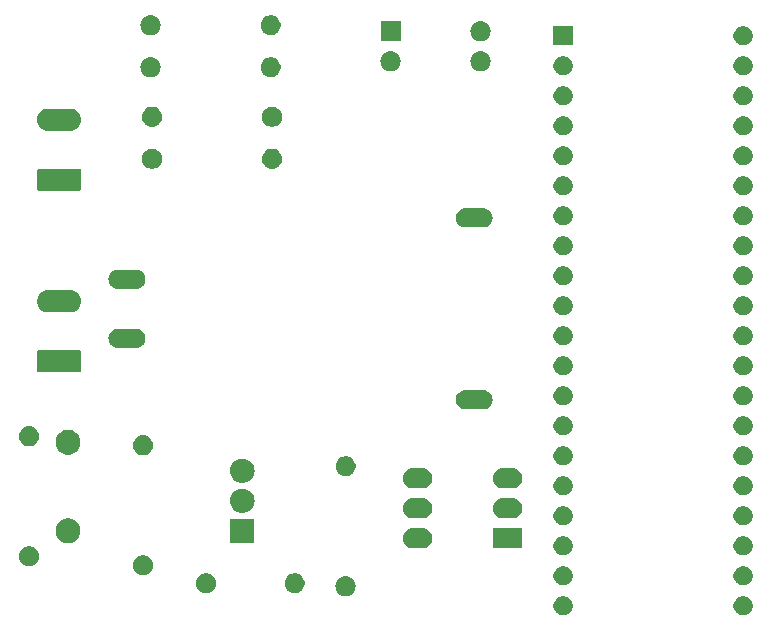
<source format=gbr>
G04 #@! TF.GenerationSoftware,KiCad,Pcbnew,(5.0.2)-1*
G04 #@! TF.CreationDate,2019-04-01T14:51:39+03:00*
G04 #@! TF.ProjectId,vent_sys,76656e74-5f73-4797-932e-6b696361645f,rev?*
G04 #@! TF.SameCoordinates,Original*
G04 #@! TF.FileFunction,Soldermask,Top*
G04 #@! TF.FilePolarity,Negative*
%FSLAX46Y46*%
G04 Gerber Fmt 4.6, Leading zero omitted, Abs format (unit mm)*
G04 Created by KiCad (PCBNEW (5.0.2)-1) date 01.04.2019 14:51:39*
%MOMM*%
%LPD*%
G01*
G04 APERTURE LIST*
%ADD10C,0.100000*%
G04 APERTURE END LIST*
D10*
G36*
X122919142Y-100056242D02*
X123067102Y-100117530D01*
X123200258Y-100206502D01*
X123313498Y-100319742D01*
X123402470Y-100452898D01*
X123463758Y-100600858D01*
X123495000Y-100757925D01*
X123495000Y-100918075D01*
X123463758Y-101075142D01*
X123402470Y-101223102D01*
X123313498Y-101356258D01*
X123200258Y-101469498D01*
X123067102Y-101558470D01*
X122919142Y-101619758D01*
X122762075Y-101651000D01*
X122601925Y-101651000D01*
X122444858Y-101619758D01*
X122296898Y-101558470D01*
X122163742Y-101469498D01*
X122050502Y-101356258D01*
X121961530Y-101223102D01*
X121900242Y-101075142D01*
X121869000Y-100918075D01*
X121869000Y-100757925D01*
X121900242Y-100600858D01*
X121961530Y-100452898D01*
X122050502Y-100319742D01*
X122163742Y-100206502D01*
X122296898Y-100117530D01*
X122444858Y-100056242D01*
X122601925Y-100025000D01*
X122762075Y-100025000D01*
X122919142Y-100056242D01*
X122919142Y-100056242D01*
G37*
G36*
X107679142Y-100056242D02*
X107827102Y-100117530D01*
X107960258Y-100206502D01*
X108073498Y-100319742D01*
X108162470Y-100452898D01*
X108223758Y-100600858D01*
X108255000Y-100757925D01*
X108255000Y-100918075D01*
X108223758Y-101075142D01*
X108162470Y-101223102D01*
X108073498Y-101356258D01*
X107960258Y-101469498D01*
X107827102Y-101558470D01*
X107679142Y-101619758D01*
X107522075Y-101651000D01*
X107361925Y-101651000D01*
X107204858Y-101619758D01*
X107056898Y-101558470D01*
X106923742Y-101469498D01*
X106810502Y-101356258D01*
X106721530Y-101223102D01*
X106660242Y-101075142D01*
X106629000Y-100918075D01*
X106629000Y-100757925D01*
X106660242Y-100600858D01*
X106721530Y-100452898D01*
X106810502Y-100319742D01*
X106923742Y-100206502D01*
X107056898Y-100117530D01*
X107204858Y-100056242D01*
X107361925Y-100025000D01*
X107522075Y-100025000D01*
X107679142Y-100056242D01*
X107679142Y-100056242D01*
G37*
G36*
X89193821Y-98348313D02*
X89193824Y-98348314D01*
X89193825Y-98348314D01*
X89354239Y-98396975D01*
X89354241Y-98396976D01*
X89354244Y-98396977D01*
X89502078Y-98475995D01*
X89631659Y-98582341D01*
X89738005Y-98711922D01*
X89817023Y-98859756D01*
X89817024Y-98859759D01*
X89817025Y-98859761D01*
X89864667Y-99016816D01*
X89865687Y-99020179D01*
X89882117Y-99187000D01*
X89865687Y-99353821D01*
X89817023Y-99514244D01*
X89738005Y-99662078D01*
X89631659Y-99791659D01*
X89502078Y-99898005D01*
X89354244Y-99977023D01*
X89354241Y-99977024D01*
X89354239Y-99977025D01*
X89193825Y-100025686D01*
X89193824Y-100025686D01*
X89193821Y-100025687D01*
X89068804Y-100038000D01*
X88985196Y-100038000D01*
X88860179Y-100025687D01*
X88860176Y-100025686D01*
X88860175Y-100025686D01*
X88699761Y-99977025D01*
X88699759Y-99977024D01*
X88699756Y-99977023D01*
X88551922Y-99898005D01*
X88422341Y-99791659D01*
X88315995Y-99662078D01*
X88236977Y-99514244D01*
X88188313Y-99353821D01*
X88171883Y-99187000D01*
X88188313Y-99020179D01*
X88189333Y-99016816D01*
X88236975Y-98859761D01*
X88236976Y-98859759D01*
X88236977Y-98859756D01*
X88315995Y-98711922D01*
X88422341Y-98582341D01*
X88551922Y-98475995D01*
X88699756Y-98396977D01*
X88699759Y-98396976D01*
X88699761Y-98396975D01*
X88860175Y-98348314D01*
X88860176Y-98348314D01*
X88860179Y-98348313D01*
X88985196Y-98336000D01*
X89068804Y-98336000D01*
X89193821Y-98348313D01*
X89193821Y-98348313D01*
G37*
G36*
X84957228Y-98114703D02*
X85112100Y-98178853D01*
X85251481Y-98271985D01*
X85370015Y-98390519D01*
X85463147Y-98529900D01*
X85527297Y-98684772D01*
X85560000Y-98849184D01*
X85560000Y-99016816D01*
X85527297Y-99181228D01*
X85463147Y-99336100D01*
X85370015Y-99475481D01*
X85251481Y-99594015D01*
X85112100Y-99687147D01*
X84957228Y-99751297D01*
X84792816Y-99784000D01*
X84625184Y-99784000D01*
X84460772Y-99751297D01*
X84305900Y-99687147D01*
X84166519Y-99594015D01*
X84047985Y-99475481D01*
X83954853Y-99336100D01*
X83890703Y-99181228D01*
X83858000Y-99016816D01*
X83858000Y-98849184D01*
X83890703Y-98684772D01*
X83954853Y-98529900D01*
X84047985Y-98390519D01*
X84166519Y-98271985D01*
X84305900Y-98178853D01*
X84460772Y-98114703D01*
X84625184Y-98082000D01*
X84792816Y-98082000D01*
X84957228Y-98114703D01*
X84957228Y-98114703D01*
G37*
G36*
X77457228Y-98114703D02*
X77612100Y-98178853D01*
X77751481Y-98271985D01*
X77870015Y-98390519D01*
X77963147Y-98529900D01*
X78027297Y-98684772D01*
X78060000Y-98849184D01*
X78060000Y-99016816D01*
X78027297Y-99181228D01*
X77963147Y-99336100D01*
X77870015Y-99475481D01*
X77751481Y-99594015D01*
X77612100Y-99687147D01*
X77457228Y-99751297D01*
X77292816Y-99784000D01*
X77125184Y-99784000D01*
X76960772Y-99751297D01*
X76805900Y-99687147D01*
X76666519Y-99594015D01*
X76547985Y-99475481D01*
X76454853Y-99336100D01*
X76390703Y-99181228D01*
X76358000Y-99016816D01*
X76358000Y-98849184D01*
X76390703Y-98684772D01*
X76454853Y-98529900D01*
X76547985Y-98390519D01*
X76666519Y-98271985D01*
X76805900Y-98178853D01*
X76960772Y-98114703D01*
X77125184Y-98082000D01*
X77292816Y-98082000D01*
X77457228Y-98114703D01*
X77457228Y-98114703D01*
G37*
G36*
X122919142Y-97516242D02*
X123067102Y-97577530D01*
X123134130Y-97622317D01*
X123186379Y-97657228D01*
X123200258Y-97666502D01*
X123313498Y-97779742D01*
X123402470Y-97912898D01*
X123463758Y-98060858D01*
X123495000Y-98217925D01*
X123495000Y-98378075D01*
X123463758Y-98535142D01*
X123402470Y-98683102D01*
X123313498Y-98816258D01*
X123200258Y-98929498D01*
X123067102Y-99018470D01*
X123067101Y-99018471D01*
X123067100Y-99018471D01*
X123033583Y-99032354D01*
X122919142Y-99079758D01*
X122762075Y-99111000D01*
X122601925Y-99111000D01*
X122444858Y-99079758D01*
X122330417Y-99032354D01*
X122296900Y-99018471D01*
X122296899Y-99018471D01*
X122296898Y-99018470D01*
X122163742Y-98929498D01*
X122050502Y-98816258D01*
X121961530Y-98683102D01*
X121900242Y-98535142D01*
X121869000Y-98378075D01*
X121869000Y-98217925D01*
X121900242Y-98060858D01*
X121961530Y-97912898D01*
X122050502Y-97779742D01*
X122163742Y-97666502D01*
X122177622Y-97657228D01*
X122229870Y-97622317D01*
X122296898Y-97577530D01*
X122444858Y-97516242D01*
X122601925Y-97485000D01*
X122762075Y-97485000D01*
X122919142Y-97516242D01*
X122919142Y-97516242D01*
G37*
G36*
X107679142Y-97516242D02*
X107827102Y-97577530D01*
X107894130Y-97622317D01*
X107946379Y-97657228D01*
X107960258Y-97666502D01*
X108073498Y-97779742D01*
X108162470Y-97912898D01*
X108223758Y-98060858D01*
X108255000Y-98217925D01*
X108255000Y-98378075D01*
X108223758Y-98535142D01*
X108162470Y-98683102D01*
X108073498Y-98816258D01*
X107960258Y-98929498D01*
X107827102Y-99018470D01*
X107827101Y-99018471D01*
X107827100Y-99018471D01*
X107793583Y-99032354D01*
X107679142Y-99079758D01*
X107522075Y-99111000D01*
X107361925Y-99111000D01*
X107204858Y-99079758D01*
X107090417Y-99032354D01*
X107056900Y-99018471D01*
X107056899Y-99018471D01*
X107056898Y-99018470D01*
X106923742Y-98929498D01*
X106810502Y-98816258D01*
X106721530Y-98683102D01*
X106660242Y-98535142D01*
X106629000Y-98378075D01*
X106629000Y-98217925D01*
X106660242Y-98060858D01*
X106721530Y-97912898D01*
X106810502Y-97779742D01*
X106923742Y-97666502D01*
X106937622Y-97657228D01*
X106989870Y-97622317D01*
X107056898Y-97577530D01*
X107204858Y-97516242D01*
X107361925Y-97485000D01*
X107522075Y-97485000D01*
X107679142Y-97516242D01*
X107679142Y-97516242D01*
G37*
G36*
X72130228Y-96590703D02*
X72285100Y-96654853D01*
X72424481Y-96747985D01*
X72543015Y-96866519D01*
X72636147Y-97005900D01*
X72700297Y-97160772D01*
X72733000Y-97325184D01*
X72733000Y-97492816D01*
X72700297Y-97657228D01*
X72636147Y-97812100D01*
X72543015Y-97951481D01*
X72424481Y-98070015D01*
X72285100Y-98163147D01*
X72130228Y-98227297D01*
X71965816Y-98260000D01*
X71798184Y-98260000D01*
X71633772Y-98227297D01*
X71478900Y-98163147D01*
X71339519Y-98070015D01*
X71220985Y-97951481D01*
X71127853Y-97812100D01*
X71063703Y-97657228D01*
X71031000Y-97492816D01*
X71031000Y-97325184D01*
X71063703Y-97160772D01*
X71127853Y-97005900D01*
X71220985Y-96866519D01*
X71339519Y-96747985D01*
X71478900Y-96654853D01*
X71633772Y-96590703D01*
X71798184Y-96558000D01*
X71965816Y-96558000D01*
X72130228Y-96590703D01*
X72130228Y-96590703D01*
G37*
G36*
X62478228Y-95828703D02*
X62633100Y-95892853D01*
X62772481Y-95985985D01*
X62891015Y-96104519D01*
X62984147Y-96243900D01*
X63048297Y-96398772D01*
X63081000Y-96563184D01*
X63081000Y-96730816D01*
X63048297Y-96895228D01*
X62984147Y-97050100D01*
X62891015Y-97189481D01*
X62772481Y-97308015D01*
X62633100Y-97401147D01*
X62478228Y-97465297D01*
X62313816Y-97498000D01*
X62146184Y-97498000D01*
X61981772Y-97465297D01*
X61826900Y-97401147D01*
X61687519Y-97308015D01*
X61568985Y-97189481D01*
X61475853Y-97050100D01*
X61411703Y-96895228D01*
X61379000Y-96730816D01*
X61379000Y-96563184D01*
X61411703Y-96398772D01*
X61475853Y-96243900D01*
X61568985Y-96104519D01*
X61687519Y-95985985D01*
X61826900Y-95892853D01*
X61981772Y-95828703D01*
X62146184Y-95796000D01*
X62313816Y-95796000D01*
X62478228Y-95828703D01*
X62478228Y-95828703D01*
G37*
G36*
X122919142Y-94976242D02*
X123067102Y-95037530D01*
X123200258Y-95126502D01*
X123313498Y-95239742D01*
X123402470Y-95372898D01*
X123463758Y-95520858D01*
X123495000Y-95677925D01*
X123495000Y-95838075D01*
X123463758Y-95995142D01*
X123418452Y-96104519D01*
X123402471Y-96143100D01*
X123313499Y-96276257D01*
X123200257Y-96389499D01*
X123134130Y-96433683D01*
X123067102Y-96478470D01*
X122919142Y-96539758D01*
X122762075Y-96571000D01*
X122601925Y-96571000D01*
X122444858Y-96539758D01*
X122296898Y-96478470D01*
X122229870Y-96433683D01*
X122163743Y-96389499D01*
X122050501Y-96276257D01*
X121961529Y-96143100D01*
X121945548Y-96104519D01*
X121900242Y-95995142D01*
X121869000Y-95838075D01*
X121869000Y-95677925D01*
X121900242Y-95520858D01*
X121961530Y-95372898D01*
X122050502Y-95239742D01*
X122163742Y-95126502D01*
X122296898Y-95037530D01*
X122444858Y-94976242D01*
X122601925Y-94945000D01*
X122762075Y-94945000D01*
X122919142Y-94976242D01*
X122919142Y-94976242D01*
G37*
G36*
X107679142Y-94976242D02*
X107827102Y-95037530D01*
X107960258Y-95126502D01*
X108073498Y-95239742D01*
X108162470Y-95372898D01*
X108223758Y-95520858D01*
X108255000Y-95677925D01*
X108255000Y-95838075D01*
X108223758Y-95995142D01*
X108178452Y-96104519D01*
X108162471Y-96143100D01*
X108073499Y-96276257D01*
X107960257Y-96389499D01*
X107894130Y-96433683D01*
X107827102Y-96478470D01*
X107679142Y-96539758D01*
X107522075Y-96571000D01*
X107361925Y-96571000D01*
X107204858Y-96539758D01*
X107056898Y-96478470D01*
X106989870Y-96433683D01*
X106923743Y-96389499D01*
X106810501Y-96276257D01*
X106721529Y-96143100D01*
X106705548Y-96104519D01*
X106660242Y-95995142D01*
X106629000Y-95838075D01*
X106629000Y-95677925D01*
X106660242Y-95520858D01*
X106721530Y-95372898D01*
X106810502Y-95239742D01*
X106923742Y-95126502D01*
X107056898Y-95037530D01*
X107204858Y-94976242D01*
X107361925Y-94945000D01*
X107522075Y-94945000D01*
X107679142Y-94976242D01*
X107679142Y-94976242D01*
G37*
G36*
X95689821Y-94284313D02*
X95689824Y-94284314D01*
X95689825Y-94284314D01*
X95850239Y-94332975D01*
X95850241Y-94332976D01*
X95850244Y-94332977D01*
X95998078Y-94411995D01*
X96127659Y-94518341D01*
X96234005Y-94647922D01*
X96313023Y-94795756D01*
X96361687Y-94956179D01*
X96378117Y-95123000D01*
X96361687Y-95289821D01*
X96361686Y-95289824D01*
X96361686Y-95289825D01*
X96322385Y-95419384D01*
X96313023Y-95450244D01*
X96234005Y-95598078D01*
X96127659Y-95727659D01*
X95998078Y-95834005D01*
X95850244Y-95913023D01*
X95850241Y-95913024D01*
X95850239Y-95913025D01*
X95689825Y-95961686D01*
X95689824Y-95961686D01*
X95689821Y-95961687D01*
X95564804Y-95974000D01*
X94681196Y-95974000D01*
X94556179Y-95961687D01*
X94556176Y-95961686D01*
X94556175Y-95961686D01*
X94395761Y-95913025D01*
X94395759Y-95913024D01*
X94395756Y-95913023D01*
X94247922Y-95834005D01*
X94118341Y-95727659D01*
X94011995Y-95598078D01*
X93932977Y-95450244D01*
X93923616Y-95419384D01*
X93884314Y-95289825D01*
X93884314Y-95289824D01*
X93884313Y-95289821D01*
X93867883Y-95123000D01*
X93884313Y-94956179D01*
X93932977Y-94795756D01*
X94011995Y-94647922D01*
X94118341Y-94518341D01*
X94247922Y-94411995D01*
X94395756Y-94332977D01*
X94395759Y-94332976D01*
X94395761Y-94332975D01*
X94556175Y-94284314D01*
X94556176Y-94284314D01*
X94556179Y-94284313D01*
X94681196Y-94272000D01*
X95564804Y-94272000D01*
X95689821Y-94284313D01*
X95689821Y-94284313D01*
G37*
G36*
X103994000Y-95974000D02*
X101492000Y-95974000D01*
X101492000Y-94272000D01*
X103994000Y-94272000D01*
X103994000Y-95974000D01*
X103994000Y-95974000D01*
G37*
G36*
X65838565Y-93477389D02*
X66029834Y-93556615D01*
X66201976Y-93671637D01*
X66348363Y-93818024D01*
X66463385Y-93990166D01*
X66542611Y-94181435D01*
X66583000Y-94384484D01*
X66583000Y-94591516D01*
X66542611Y-94794565D01*
X66463385Y-94985834D01*
X66348363Y-95157976D01*
X66201976Y-95304363D01*
X66029834Y-95419385D01*
X65838565Y-95498611D01*
X65635516Y-95539000D01*
X65428484Y-95539000D01*
X65225435Y-95498611D01*
X65034166Y-95419385D01*
X64862024Y-95304363D01*
X64715637Y-95157976D01*
X64600615Y-94985834D01*
X64521389Y-94794565D01*
X64481000Y-94591516D01*
X64481000Y-94384484D01*
X64521389Y-94181435D01*
X64600615Y-93990166D01*
X64715637Y-93818024D01*
X64862024Y-93671637D01*
X65034166Y-93556615D01*
X65225435Y-93477389D01*
X65428484Y-93437000D01*
X65635516Y-93437000D01*
X65838565Y-93477389D01*
X65838565Y-93477389D01*
G37*
G36*
X81315000Y-95491500D02*
X79213000Y-95491500D01*
X79213000Y-93484500D01*
X81315000Y-93484500D01*
X81315000Y-95491500D01*
X81315000Y-95491500D01*
G37*
G36*
X122919142Y-92436242D02*
X123067102Y-92497530D01*
X123200258Y-92586502D01*
X123313498Y-92699742D01*
X123402470Y-92832898D01*
X123463758Y-92980858D01*
X123495000Y-93137925D01*
X123495000Y-93298075D01*
X123463758Y-93455142D01*
X123402470Y-93603102D01*
X123313498Y-93736258D01*
X123200258Y-93849498D01*
X123067102Y-93938470D01*
X122919142Y-93999758D01*
X122762075Y-94031000D01*
X122601925Y-94031000D01*
X122444858Y-93999758D01*
X122296898Y-93938470D01*
X122163742Y-93849498D01*
X122050502Y-93736258D01*
X121961530Y-93603102D01*
X121900242Y-93455142D01*
X121869000Y-93298075D01*
X121869000Y-93137925D01*
X121900242Y-92980858D01*
X121961530Y-92832898D01*
X122050502Y-92699742D01*
X122163742Y-92586502D01*
X122296898Y-92497530D01*
X122444858Y-92436242D01*
X122601925Y-92405000D01*
X122762075Y-92405000D01*
X122919142Y-92436242D01*
X122919142Y-92436242D01*
G37*
G36*
X107679142Y-92436242D02*
X107827102Y-92497530D01*
X107960258Y-92586502D01*
X108073498Y-92699742D01*
X108162470Y-92832898D01*
X108223758Y-92980858D01*
X108255000Y-93137925D01*
X108255000Y-93298075D01*
X108223758Y-93455142D01*
X108162470Y-93603102D01*
X108073498Y-93736258D01*
X107960258Y-93849498D01*
X107827102Y-93938470D01*
X107679142Y-93999758D01*
X107522075Y-94031000D01*
X107361925Y-94031000D01*
X107204858Y-93999758D01*
X107056898Y-93938470D01*
X106923742Y-93849498D01*
X106810502Y-93736258D01*
X106721530Y-93603102D01*
X106660242Y-93455142D01*
X106629000Y-93298075D01*
X106629000Y-93137925D01*
X106660242Y-92980858D01*
X106721530Y-92832898D01*
X106810502Y-92699742D01*
X106923742Y-92586502D01*
X107056898Y-92497530D01*
X107204858Y-92436242D01*
X107361925Y-92405000D01*
X107522075Y-92405000D01*
X107679142Y-92436242D01*
X107679142Y-92436242D01*
G37*
G36*
X95689821Y-91744313D02*
X95689824Y-91744314D01*
X95689825Y-91744314D01*
X95850239Y-91792975D01*
X95850241Y-91792976D01*
X95850244Y-91792977D01*
X95998078Y-91871995D01*
X96127659Y-91978341D01*
X96234005Y-92107922D01*
X96313023Y-92255756D01*
X96361687Y-92416179D01*
X96378117Y-92583000D01*
X96361687Y-92749821D01*
X96361686Y-92749824D01*
X96361686Y-92749825D01*
X96322320Y-92879599D01*
X96313023Y-92910244D01*
X96234005Y-93058078D01*
X96127659Y-93187659D01*
X95998078Y-93294005D01*
X95850244Y-93373023D01*
X95850241Y-93373024D01*
X95850239Y-93373025D01*
X95689825Y-93421686D01*
X95689824Y-93421686D01*
X95689821Y-93421687D01*
X95564804Y-93434000D01*
X94681196Y-93434000D01*
X94556179Y-93421687D01*
X94556176Y-93421686D01*
X94556175Y-93421686D01*
X94395761Y-93373025D01*
X94395759Y-93373024D01*
X94395756Y-93373023D01*
X94247922Y-93294005D01*
X94118341Y-93187659D01*
X94011995Y-93058078D01*
X93932977Y-92910244D01*
X93923681Y-92879599D01*
X93884314Y-92749825D01*
X93884314Y-92749824D01*
X93884313Y-92749821D01*
X93867883Y-92583000D01*
X93884313Y-92416179D01*
X93932977Y-92255756D01*
X94011995Y-92107922D01*
X94118341Y-91978341D01*
X94247922Y-91871995D01*
X94395756Y-91792977D01*
X94395759Y-91792976D01*
X94395761Y-91792975D01*
X94556175Y-91744314D01*
X94556176Y-91744314D01*
X94556179Y-91744313D01*
X94681196Y-91732000D01*
X95564804Y-91732000D01*
X95689821Y-91744313D01*
X95689821Y-91744313D01*
G37*
G36*
X103309821Y-91744313D02*
X103309824Y-91744314D01*
X103309825Y-91744314D01*
X103470239Y-91792975D01*
X103470241Y-91792976D01*
X103470244Y-91792977D01*
X103618078Y-91871995D01*
X103747659Y-91978341D01*
X103854005Y-92107922D01*
X103933023Y-92255756D01*
X103981687Y-92416179D01*
X103998117Y-92583000D01*
X103981687Y-92749821D01*
X103981686Y-92749824D01*
X103981686Y-92749825D01*
X103942320Y-92879599D01*
X103933023Y-92910244D01*
X103854005Y-93058078D01*
X103747659Y-93187659D01*
X103618078Y-93294005D01*
X103470244Y-93373023D01*
X103470241Y-93373024D01*
X103470239Y-93373025D01*
X103309825Y-93421686D01*
X103309824Y-93421686D01*
X103309821Y-93421687D01*
X103184804Y-93434000D01*
X102301196Y-93434000D01*
X102176179Y-93421687D01*
X102176176Y-93421686D01*
X102176175Y-93421686D01*
X102015761Y-93373025D01*
X102015759Y-93373024D01*
X102015756Y-93373023D01*
X101867922Y-93294005D01*
X101738341Y-93187659D01*
X101631995Y-93058078D01*
X101552977Y-92910244D01*
X101543681Y-92879599D01*
X101504314Y-92749825D01*
X101504314Y-92749824D01*
X101504313Y-92749821D01*
X101487883Y-92583000D01*
X101504313Y-92416179D01*
X101552977Y-92255756D01*
X101631995Y-92107922D01*
X101738341Y-91978341D01*
X101867922Y-91871995D01*
X102015756Y-91792977D01*
X102015759Y-91792976D01*
X102015761Y-91792975D01*
X102176175Y-91744314D01*
X102176176Y-91744314D01*
X102176179Y-91744313D01*
X102301196Y-91732000D01*
X103184804Y-91732000D01*
X103309821Y-91744313D01*
X103309821Y-91744313D01*
G37*
G36*
X80419764Y-90950308D02*
X80508220Y-90959020D01*
X80697381Y-91016401D01*
X80871712Y-91109583D01*
X81024515Y-91234985D01*
X81149917Y-91387788D01*
X81243099Y-91562119D01*
X81300480Y-91751280D01*
X81319855Y-91948000D01*
X81300480Y-92144720D01*
X81243099Y-92333881D01*
X81149917Y-92508212D01*
X81024515Y-92661015D01*
X80871712Y-92786417D01*
X80697381Y-92879599D01*
X80508220Y-92936980D01*
X80419764Y-92945692D01*
X80360796Y-92951500D01*
X80167204Y-92951500D01*
X80108236Y-92945692D01*
X80019780Y-92936980D01*
X79830619Y-92879599D01*
X79656288Y-92786417D01*
X79503485Y-92661015D01*
X79378083Y-92508212D01*
X79284901Y-92333881D01*
X79227520Y-92144720D01*
X79208145Y-91948000D01*
X79227520Y-91751280D01*
X79284901Y-91562119D01*
X79378083Y-91387788D01*
X79503485Y-91234985D01*
X79656288Y-91109583D01*
X79830619Y-91016401D01*
X80019780Y-90959020D01*
X80108236Y-90950308D01*
X80167204Y-90944500D01*
X80360796Y-90944500D01*
X80419764Y-90950308D01*
X80419764Y-90950308D01*
G37*
G36*
X107679142Y-89896242D02*
X107827102Y-89957530D01*
X107960258Y-90046502D01*
X108073498Y-90159742D01*
X108162470Y-90292898D01*
X108223758Y-90440858D01*
X108255000Y-90597925D01*
X108255000Y-90758075D01*
X108223758Y-90915142D01*
X108162470Y-91063102D01*
X108073498Y-91196258D01*
X107960258Y-91309498D01*
X107827102Y-91398470D01*
X107679142Y-91459758D01*
X107522075Y-91491000D01*
X107361925Y-91491000D01*
X107204858Y-91459758D01*
X107056898Y-91398470D01*
X106923742Y-91309498D01*
X106810502Y-91196258D01*
X106721530Y-91063102D01*
X106660242Y-90915142D01*
X106629000Y-90758075D01*
X106629000Y-90597925D01*
X106660242Y-90440858D01*
X106721530Y-90292898D01*
X106810502Y-90159742D01*
X106923742Y-90046502D01*
X107056898Y-89957530D01*
X107204858Y-89896242D01*
X107361925Y-89865000D01*
X107522075Y-89865000D01*
X107679142Y-89896242D01*
X107679142Y-89896242D01*
G37*
G36*
X122919142Y-89896242D02*
X123067102Y-89957530D01*
X123200258Y-90046502D01*
X123313498Y-90159742D01*
X123402470Y-90292898D01*
X123463758Y-90440858D01*
X123495000Y-90597925D01*
X123495000Y-90758075D01*
X123463758Y-90915142D01*
X123402470Y-91063102D01*
X123313498Y-91196258D01*
X123200258Y-91309498D01*
X123067102Y-91398470D01*
X122919142Y-91459758D01*
X122762075Y-91491000D01*
X122601925Y-91491000D01*
X122444858Y-91459758D01*
X122296898Y-91398470D01*
X122163742Y-91309498D01*
X122050502Y-91196258D01*
X121961530Y-91063102D01*
X121900242Y-90915142D01*
X121869000Y-90758075D01*
X121869000Y-90597925D01*
X121900242Y-90440858D01*
X121961530Y-90292898D01*
X122050502Y-90159742D01*
X122163742Y-90046502D01*
X122296898Y-89957530D01*
X122444858Y-89896242D01*
X122601925Y-89865000D01*
X122762075Y-89865000D01*
X122919142Y-89896242D01*
X122919142Y-89896242D01*
G37*
G36*
X103309821Y-89204313D02*
X103309824Y-89204314D01*
X103309825Y-89204314D01*
X103470239Y-89252975D01*
X103470241Y-89252976D01*
X103470244Y-89252977D01*
X103618078Y-89331995D01*
X103747659Y-89438341D01*
X103854005Y-89567922D01*
X103933023Y-89715756D01*
X103933024Y-89715759D01*
X103933025Y-89715761D01*
X103956722Y-89793881D01*
X103981687Y-89876179D01*
X103998117Y-90043000D01*
X103981687Y-90209821D01*
X103981686Y-90209824D01*
X103981686Y-90209825D01*
X103942320Y-90339599D01*
X103933023Y-90370244D01*
X103854005Y-90518078D01*
X103747659Y-90647659D01*
X103618078Y-90754005D01*
X103470244Y-90833023D01*
X103470241Y-90833024D01*
X103470239Y-90833025D01*
X103309825Y-90881686D01*
X103309824Y-90881686D01*
X103309821Y-90881687D01*
X103184804Y-90894000D01*
X102301196Y-90894000D01*
X102176179Y-90881687D01*
X102176176Y-90881686D01*
X102176175Y-90881686D01*
X102015761Y-90833025D01*
X102015759Y-90833024D01*
X102015756Y-90833023D01*
X101867922Y-90754005D01*
X101738341Y-90647659D01*
X101631995Y-90518078D01*
X101552977Y-90370244D01*
X101543681Y-90339599D01*
X101504314Y-90209825D01*
X101504314Y-90209824D01*
X101504313Y-90209821D01*
X101487883Y-90043000D01*
X101504313Y-89876179D01*
X101529278Y-89793881D01*
X101552975Y-89715761D01*
X101552976Y-89715759D01*
X101552977Y-89715756D01*
X101631995Y-89567922D01*
X101738341Y-89438341D01*
X101867922Y-89331995D01*
X102015756Y-89252977D01*
X102015759Y-89252976D01*
X102015761Y-89252975D01*
X102176175Y-89204314D01*
X102176176Y-89204314D01*
X102176179Y-89204313D01*
X102301196Y-89192000D01*
X103184804Y-89192000D01*
X103309821Y-89204313D01*
X103309821Y-89204313D01*
G37*
G36*
X95689821Y-89204313D02*
X95689824Y-89204314D01*
X95689825Y-89204314D01*
X95850239Y-89252975D01*
X95850241Y-89252976D01*
X95850244Y-89252977D01*
X95998078Y-89331995D01*
X96127659Y-89438341D01*
X96234005Y-89567922D01*
X96313023Y-89715756D01*
X96313024Y-89715759D01*
X96313025Y-89715761D01*
X96336722Y-89793881D01*
X96361687Y-89876179D01*
X96378117Y-90043000D01*
X96361687Y-90209821D01*
X96361686Y-90209824D01*
X96361686Y-90209825D01*
X96322320Y-90339599D01*
X96313023Y-90370244D01*
X96234005Y-90518078D01*
X96127659Y-90647659D01*
X95998078Y-90754005D01*
X95850244Y-90833023D01*
X95850241Y-90833024D01*
X95850239Y-90833025D01*
X95689825Y-90881686D01*
X95689824Y-90881686D01*
X95689821Y-90881687D01*
X95564804Y-90894000D01*
X94681196Y-90894000D01*
X94556179Y-90881687D01*
X94556176Y-90881686D01*
X94556175Y-90881686D01*
X94395761Y-90833025D01*
X94395759Y-90833024D01*
X94395756Y-90833023D01*
X94247922Y-90754005D01*
X94118341Y-90647659D01*
X94011995Y-90518078D01*
X93932977Y-90370244D01*
X93923681Y-90339599D01*
X93884314Y-90209825D01*
X93884314Y-90209824D01*
X93884313Y-90209821D01*
X93867883Y-90043000D01*
X93884313Y-89876179D01*
X93909278Y-89793881D01*
X93932975Y-89715761D01*
X93932976Y-89715759D01*
X93932977Y-89715756D01*
X94011995Y-89567922D01*
X94118341Y-89438341D01*
X94247922Y-89331995D01*
X94395756Y-89252977D01*
X94395759Y-89252976D01*
X94395761Y-89252975D01*
X94556175Y-89204314D01*
X94556176Y-89204314D01*
X94556179Y-89204313D01*
X94681196Y-89192000D01*
X95564804Y-89192000D01*
X95689821Y-89204313D01*
X95689821Y-89204313D01*
G37*
G36*
X80419764Y-88410308D02*
X80508220Y-88419020D01*
X80697381Y-88476401D01*
X80871712Y-88569583D01*
X81024515Y-88694985D01*
X81149917Y-88847788D01*
X81243099Y-89022119D01*
X81300480Y-89211280D01*
X81319855Y-89408000D01*
X81300480Y-89604720D01*
X81243099Y-89793881D01*
X81149917Y-89968212D01*
X81024515Y-90121015D01*
X80871712Y-90246417D01*
X80697381Y-90339599D01*
X80508220Y-90396980D01*
X80419764Y-90405692D01*
X80360796Y-90411500D01*
X80167204Y-90411500D01*
X80108236Y-90405692D01*
X80019780Y-90396980D01*
X79830619Y-90339599D01*
X79656288Y-90246417D01*
X79503485Y-90121015D01*
X79378083Y-89968212D01*
X79284901Y-89793881D01*
X79227520Y-89604720D01*
X79208145Y-89408000D01*
X79227520Y-89211280D01*
X79284901Y-89022119D01*
X79378083Y-88847788D01*
X79503485Y-88694985D01*
X79656288Y-88569583D01*
X79830619Y-88476401D01*
X80019780Y-88419020D01*
X80108236Y-88410308D01*
X80167204Y-88404500D01*
X80360796Y-88404500D01*
X80419764Y-88410308D01*
X80419764Y-88410308D01*
G37*
G36*
X89275228Y-88208703D02*
X89430100Y-88272853D01*
X89569481Y-88365985D01*
X89688015Y-88484519D01*
X89781147Y-88623900D01*
X89845297Y-88778772D01*
X89878000Y-88943184D01*
X89878000Y-89110816D01*
X89845297Y-89275228D01*
X89781147Y-89430100D01*
X89688015Y-89569481D01*
X89569481Y-89688015D01*
X89430100Y-89781147D01*
X89275228Y-89845297D01*
X89110816Y-89878000D01*
X88943184Y-89878000D01*
X88778772Y-89845297D01*
X88623900Y-89781147D01*
X88484519Y-89688015D01*
X88365985Y-89569481D01*
X88272853Y-89430100D01*
X88208703Y-89275228D01*
X88176000Y-89110816D01*
X88176000Y-88943184D01*
X88208703Y-88778772D01*
X88272853Y-88623900D01*
X88365985Y-88484519D01*
X88484519Y-88365985D01*
X88623900Y-88272853D01*
X88778772Y-88208703D01*
X88943184Y-88176000D01*
X89110816Y-88176000D01*
X89275228Y-88208703D01*
X89275228Y-88208703D01*
G37*
G36*
X122919142Y-87356242D02*
X123033583Y-87403646D01*
X123062977Y-87415821D01*
X123067102Y-87417530D01*
X123200258Y-87506502D01*
X123313498Y-87619742D01*
X123402470Y-87752898D01*
X123463758Y-87900858D01*
X123495000Y-88057925D01*
X123495000Y-88218075D01*
X123463758Y-88375142D01*
X123421814Y-88476401D01*
X123402471Y-88523100D01*
X123313499Y-88656257D01*
X123200257Y-88769499D01*
X123134130Y-88813683D01*
X123067102Y-88858470D01*
X122919142Y-88919758D01*
X122762075Y-88951000D01*
X122601925Y-88951000D01*
X122444858Y-88919758D01*
X122296898Y-88858470D01*
X122229870Y-88813683D01*
X122163743Y-88769499D01*
X122050501Y-88656257D01*
X121961529Y-88523100D01*
X121942186Y-88476401D01*
X121900242Y-88375142D01*
X121869000Y-88218075D01*
X121869000Y-88057925D01*
X121900242Y-87900858D01*
X121961530Y-87752898D01*
X122050502Y-87619742D01*
X122163742Y-87506502D01*
X122296898Y-87417530D01*
X122301024Y-87415821D01*
X122330417Y-87403646D01*
X122444858Y-87356242D01*
X122601925Y-87325000D01*
X122762075Y-87325000D01*
X122919142Y-87356242D01*
X122919142Y-87356242D01*
G37*
G36*
X107679142Y-87356242D02*
X107793583Y-87403646D01*
X107822977Y-87415821D01*
X107827102Y-87417530D01*
X107960258Y-87506502D01*
X108073498Y-87619742D01*
X108162470Y-87752898D01*
X108223758Y-87900858D01*
X108255000Y-88057925D01*
X108255000Y-88218075D01*
X108223758Y-88375142D01*
X108181814Y-88476401D01*
X108162471Y-88523100D01*
X108073499Y-88656257D01*
X107960257Y-88769499D01*
X107894130Y-88813683D01*
X107827102Y-88858470D01*
X107679142Y-88919758D01*
X107522075Y-88951000D01*
X107361925Y-88951000D01*
X107204858Y-88919758D01*
X107056898Y-88858470D01*
X106989870Y-88813683D01*
X106923743Y-88769499D01*
X106810501Y-88656257D01*
X106721529Y-88523100D01*
X106702186Y-88476401D01*
X106660242Y-88375142D01*
X106629000Y-88218075D01*
X106629000Y-88057925D01*
X106660242Y-87900858D01*
X106721530Y-87752898D01*
X106810502Y-87619742D01*
X106923742Y-87506502D01*
X107056898Y-87417530D01*
X107061024Y-87415821D01*
X107090417Y-87403646D01*
X107204858Y-87356242D01*
X107361925Y-87325000D01*
X107522075Y-87325000D01*
X107679142Y-87356242D01*
X107679142Y-87356242D01*
G37*
G36*
X72048821Y-86410313D02*
X72048824Y-86410314D01*
X72048825Y-86410314D01*
X72209239Y-86458975D01*
X72209241Y-86458976D01*
X72209244Y-86458977D01*
X72357078Y-86537995D01*
X72486659Y-86644341D01*
X72593005Y-86773922D01*
X72672023Y-86921756D01*
X72720687Y-87082179D01*
X72737117Y-87249000D01*
X72720687Y-87415821D01*
X72720686Y-87415824D01*
X72720686Y-87415825D01*
X72693180Y-87506501D01*
X72672023Y-87576244D01*
X72593005Y-87724078D01*
X72486659Y-87853659D01*
X72357078Y-87960005D01*
X72209244Y-88039023D01*
X72209241Y-88039024D01*
X72209239Y-88039025D01*
X72048825Y-88087686D01*
X72048824Y-88087686D01*
X72048821Y-88087687D01*
X71923804Y-88100000D01*
X71840196Y-88100000D01*
X71715179Y-88087687D01*
X71715176Y-88087686D01*
X71715175Y-88087686D01*
X71554761Y-88039025D01*
X71554759Y-88039024D01*
X71554756Y-88039023D01*
X71406922Y-87960005D01*
X71277341Y-87853659D01*
X71170995Y-87724078D01*
X71091977Y-87576244D01*
X71070821Y-87506501D01*
X71043314Y-87415825D01*
X71043314Y-87415824D01*
X71043313Y-87415821D01*
X71026883Y-87249000D01*
X71043313Y-87082179D01*
X71091977Y-86921756D01*
X71170995Y-86773922D01*
X71277341Y-86644341D01*
X71406922Y-86537995D01*
X71554756Y-86458977D01*
X71554759Y-86458976D01*
X71554761Y-86458975D01*
X71715175Y-86410314D01*
X71715176Y-86410314D01*
X71715179Y-86410313D01*
X71840196Y-86398000D01*
X71923804Y-86398000D01*
X72048821Y-86410313D01*
X72048821Y-86410313D01*
G37*
G36*
X65838565Y-85977389D02*
X66029834Y-86056615D01*
X66201976Y-86171637D01*
X66348363Y-86318024D01*
X66463385Y-86490166D01*
X66542611Y-86681435D01*
X66583000Y-86884484D01*
X66583000Y-87091516D01*
X66542611Y-87294565D01*
X66463385Y-87485834D01*
X66348363Y-87657976D01*
X66201976Y-87804363D01*
X66029834Y-87919385D01*
X65838565Y-87998611D01*
X65635516Y-88039000D01*
X65428484Y-88039000D01*
X65225435Y-87998611D01*
X65034166Y-87919385D01*
X64862024Y-87804363D01*
X64715637Y-87657976D01*
X64600615Y-87485834D01*
X64521389Y-87294565D01*
X64481000Y-87091516D01*
X64481000Y-86884484D01*
X64521389Y-86681435D01*
X64600615Y-86490166D01*
X64715637Y-86318024D01*
X64862024Y-86171637D01*
X65034166Y-86056615D01*
X65225435Y-85977389D01*
X65428484Y-85937000D01*
X65635516Y-85937000D01*
X65838565Y-85977389D01*
X65838565Y-85977389D01*
G37*
G36*
X62396821Y-85648313D02*
X62396824Y-85648314D01*
X62396825Y-85648314D01*
X62557239Y-85696975D01*
X62557241Y-85696976D01*
X62557244Y-85696977D01*
X62705078Y-85775995D01*
X62834659Y-85882341D01*
X62941005Y-86011922D01*
X63020023Y-86159756D01*
X63020024Y-86159759D01*
X63020025Y-86159761D01*
X63068034Y-86318027D01*
X63068687Y-86320179D01*
X63085117Y-86487000D01*
X63068687Y-86653821D01*
X63068686Y-86653824D01*
X63068686Y-86653825D01*
X63060311Y-86681435D01*
X63020023Y-86814244D01*
X62941005Y-86962078D01*
X62834659Y-87091659D01*
X62705078Y-87198005D01*
X62557244Y-87277023D01*
X62557241Y-87277024D01*
X62557239Y-87277025D01*
X62396825Y-87325686D01*
X62396824Y-87325686D01*
X62396821Y-87325687D01*
X62271804Y-87338000D01*
X62188196Y-87338000D01*
X62063179Y-87325687D01*
X62063176Y-87325686D01*
X62063175Y-87325686D01*
X61902761Y-87277025D01*
X61902759Y-87277024D01*
X61902756Y-87277023D01*
X61754922Y-87198005D01*
X61625341Y-87091659D01*
X61518995Y-86962078D01*
X61439977Y-86814244D01*
X61399690Y-86681435D01*
X61391314Y-86653825D01*
X61391314Y-86653824D01*
X61391313Y-86653821D01*
X61374883Y-86487000D01*
X61391313Y-86320179D01*
X61391966Y-86318027D01*
X61439975Y-86159761D01*
X61439976Y-86159759D01*
X61439977Y-86159756D01*
X61518995Y-86011922D01*
X61625341Y-85882341D01*
X61754922Y-85775995D01*
X61902756Y-85696977D01*
X61902759Y-85696976D01*
X61902761Y-85696975D01*
X62063175Y-85648314D01*
X62063176Y-85648314D01*
X62063179Y-85648313D01*
X62188196Y-85636000D01*
X62271804Y-85636000D01*
X62396821Y-85648313D01*
X62396821Y-85648313D01*
G37*
G36*
X122919142Y-84816242D02*
X123067102Y-84877530D01*
X123200258Y-84966502D01*
X123313498Y-85079742D01*
X123402470Y-85212898D01*
X123463758Y-85360858D01*
X123495000Y-85517925D01*
X123495000Y-85678075D01*
X123463758Y-85835142D01*
X123444207Y-85882341D01*
X123404837Y-85977389D01*
X123402470Y-85983102D01*
X123313498Y-86116258D01*
X123200258Y-86229498D01*
X123067102Y-86318470D01*
X123067101Y-86318471D01*
X123067100Y-86318471D01*
X123033583Y-86332354D01*
X122919142Y-86379758D01*
X122762075Y-86411000D01*
X122601925Y-86411000D01*
X122444858Y-86379758D01*
X122330417Y-86332354D01*
X122296900Y-86318471D01*
X122296899Y-86318471D01*
X122296898Y-86318470D01*
X122163742Y-86229498D01*
X122050502Y-86116258D01*
X121961530Y-85983102D01*
X121959164Y-85977389D01*
X121919793Y-85882341D01*
X121900242Y-85835142D01*
X121869000Y-85678075D01*
X121869000Y-85517925D01*
X121900242Y-85360858D01*
X121961530Y-85212898D01*
X122050502Y-85079742D01*
X122163742Y-84966502D01*
X122296898Y-84877530D01*
X122444858Y-84816242D01*
X122601925Y-84785000D01*
X122762075Y-84785000D01*
X122919142Y-84816242D01*
X122919142Y-84816242D01*
G37*
G36*
X107679142Y-84816242D02*
X107827102Y-84877530D01*
X107960258Y-84966502D01*
X108073498Y-85079742D01*
X108162470Y-85212898D01*
X108223758Y-85360858D01*
X108255000Y-85517925D01*
X108255000Y-85678075D01*
X108223758Y-85835142D01*
X108204207Y-85882341D01*
X108164837Y-85977389D01*
X108162470Y-85983102D01*
X108073498Y-86116258D01*
X107960258Y-86229498D01*
X107827102Y-86318470D01*
X107827101Y-86318471D01*
X107827100Y-86318471D01*
X107793583Y-86332354D01*
X107679142Y-86379758D01*
X107522075Y-86411000D01*
X107361925Y-86411000D01*
X107204858Y-86379758D01*
X107090417Y-86332354D01*
X107056900Y-86318471D01*
X107056899Y-86318471D01*
X107056898Y-86318470D01*
X106923742Y-86229498D01*
X106810502Y-86116258D01*
X106721530Y-85983102D01*
X106719164Y-85977389D01*
X106679793Y-85882341D01*
X106660242Y-85835142D01*
X106629000Y-85678075D01*
X106629000Y-85517925D01*
X106660242Y-85360858D01*
X106721530Y-85212898D01*
X106810502Y-85079742D01*
X106923742Y-84966502D01*
X107056898Y-84877530D01*
X107204858Y-84816242D01*
X107361925Y-84785000D01*
X107522075Y-84785000D01*
X107679142Y-84816242D01*
X107679142Y-84816242D01*
G37*
G36*
X100811913Y-82596984D02*
X100828809Y-82598648D01*
X100854099Y-82606320D01*
X100980551Y-82644678D01*
X101120398Y-82719428D01*
X101242975Y-82820025D01*
X101343572Y-82942602D01*
X101418322Y-83082449D01*
X101464352Y-83234192D01*
X101479895Y-83392000D01*
X101464352Y-83549808D01*
X101418322Y-83701551D01*
X101343572Y-83841398D01*
X101242975Y-83963975D01*
X101120398Y-84064572D01*
X100980551Y-84139322D01*
X100854098Y-84177680D01*
X100828809Y-84185352D01*
X100811913Y-84187016D01*
X100710546Y-84197000D01*
X99123454Y-84197000D01*
X99022087Y-84187016D01*
X99005191Y-84185352D01*
X98979902Y-84177680D01*
X98853449Y-84139322D01*
X98713602Y-84064572D01*
X98591025Y-83963975D01*
X98490428Y-83841398D01*
X98415678Y-83701551D01*
X98369648Y-83549808D01*
X98354105Y-83392000D01*
X98369648Y-83234192D01*
X98415678Y-83082449D01*
X98490428Y-82942602D01*
X98591025Y-82820025D01*
X98713602Y-82719428D01*
X98853449Y-82644678D01*
X98979901Y-82606320D01*
X99005191Y-82598648D01*
X99022087Y-82596984D01*
X99123454Y-82587000D01*
X100710546Y-82587000D01*
X100811913Y-82596984D01*
X100811913Y-82596984D01*
G37*
G36*
X122919142Y-82276242D02*
X123067102Y-82337530D01*
X123200258Y-82426502D01*
X123313498Y-82539742D01*
X123402470Y-82672898D01*
X123463758Y-82820858D01*
X123495000Y-82977925D01*
X123495000Y-83138075D01*
X123463758Y-83295142D01*
X123423637Y-83392000D01*
X123402471Y-83443100D01*
X123313499Y-83576257D01*
X123200257Y-83689499D01*
X123134130Y-83733683D01*
X123067102Y-83778470D01*
X122919142Y-83839758D01*
X122762075Y-83871000D01*
X122601925Y-83871000D01*
X122444858Y-83839758D01*
X122296898Y-83778470D01*
X122229870Y-83733683D01*
X122163743Y-83689499D01*
X122050501Y-83576257D01*
X121961529Y-83443100D01*
X121940363Y-83392000D01*
X121900242Y-83295142D01*
X121869000Y-83138075D01*
X121869000Y-82977925D01*
X121900242Y-82820858D01*
X121961530Y-82672898D01*
X122050502Y-82539742D01*
X122163742Y-82426502D01*
X122296898Y-82337530D01*
X122444858Y-82276242D01*
X122601925Y-82245000D01*
X122762075Y-82245000D01*
X122919142Y-82276242D01*
X122919142Y-82276242D01*
G37*
G36*
X107679142Y-82276242D02*
X107827102Y-82337530D01*
X107960258Y-82426502D01*
X108073498Y-82539742D01*
X108162470Y-82672898D01*
X108223758Y-82820858D01*
X108255000Y-82977925D01*
X108255000Y-83138075D01*
X108223758Y-83295142D01*
X108183637Y-83392000D01*
X108162471Y-83443100D01*
X108073499Y-83576257D01*
X107960257Y-83689499D01*
X107894130Y-83733683D01*
X107827102Y-83778470D01*
X107679142Y-83839758D01*
X107522075Y-83871000D01*
X107361925Y-83871000D01*
X107204858Y-83839758D01*
X107056898Y-83778470D01*
X106989870Y-83733683D01*
X106923743Y-83689499D01*
X106810501Y-83576257D01*
X106721529Y-83443100D01*
X106700363Y-83392000D01*
X106660242Y-83295142D01*
X106629000Y-83138075D01*
X106629000Y-82977925D01*
X106660242Y-82820858D01*
X106721530Y-82672898D01*
X106810502Y-82539742D01*
X106923742Y-82426502D01*
X107056898Y-82337530D01*
X107204858Y-82276242D01*
X107361925Y-82245000D01*
X107522075Y-82245000D01*
X107679142Y-82276242D01*
X107679142Y-82276242D01*
G37*
G36*
X122919142Y-79736242D02*
X123067102Y-79797530D01*
X123200258Y-79886502D01*
X123313498Y-79999742D01*
X123402470Y-80132898D01*
X123463758Y-80280858D01*
X123495000Y-80437925D01*
X123495000Y-80598075D01*
X123463758Y-80755142D01*
X123402470Y-80903102D01*
X123372525Y-80947918D01*
X123330624Y-81010628D01*
X123313498Y-81036258D01*
X123200258Y-81149498D01*
X123067102Y-81238470D01*
X122919142Y-81299758D01*
X122762075Y-81331000D01*
X122601925Y-81331000D01*
X122444858Y-81299758D01*
X122296898Y-81238470D01*
X122163742Y-81149498D01*
X122050502Y-81036258D01*
X122033377Y-81010628D01*
X121991475Y-80947918D01*
X121961530Y-80903102D01*
X121900242Y-80755142D01*
X121869000Y-80598075D01*
X121869000Y-80437925D01*
X121900242Y-80280858D01*
X121961530Y-80132898D01*
X122050502Y-79999742D01*
X122163742Y-79886502D01*
X122296898Y-79797530D01*
X122444858Y-79736242D01*
X122601925Y-79705000D01*
X122762075Y-79705000D01*
X122919142Y-79736242D01*
X122919142Y-79736242D01*
G37*
G36*
X107679142Y-79736242D02*
X107827102Y-79797530D01*
X107960258Y-79886502D01*
X108073498Y-79999742D01*
X108162470Y-80132898D01*
X108223758Y-80280858D01*
X108255000Y-80437925D01*
X108255000Y-80598075D01*
X108223758Y-80755142D01*
X108162470Y-80903102D01*
X108132525Y-80947918D01*
X108090624Y-81010628D01*
X108073498Y-81036258D01*
X107960258Y-81149498D01*
X107827102Y-81238470D01*
X107679142Y-81299758D01*
X107522075Y-81331000D01*
X107361925Y-81331000D01*
X107204858Y-81299758D01*
X107056898Y-81238470D01*
X106923742Y-81149498D01*
X106810502Y-81036258D01*
X106793377Y-81010628D01*
X106751475Y-80947918D01*
X106721530Y-80903102D01*
X106660242Y-80755142D01*
X106629000Y-80598075D01*
X106629000Y-80437925D01*
X106660242Y-80280858D01*
X106721530Y-80132898D01*
X106810502Y-79999742D01*
X106923742Y-79886502D01*
X107056898Y-79797530D01*
X107204858Y-79736242D01*
X107361925Y-79705000D01*
X107522075Y-79705000D01*
X107679142Y-79736242D01*
X107679142Y-79736242D01*
G37*
G36*
X66480918Y-79189934D02*
X66513424Y-79199795D01*
X66543383Y-79215808D01*
X66569641Y-79237359D01*
X66591192Y-79263617D01*
X66607205Y-79293576D01*
X66617066Y-79326082D01*
X66621000Y-79366029D01*
X66621000Y-80907971D01*
X66617066Y-80947918D01*
X66607205Y-80980424D01*
X66591192Y-81010383D01*
X66569641Y-81036641D01*
X66543383Y-81058192D01*
X66513424Y-81074205D01*
X66480918Y-81084066D01*
X66440971Y-81088000D01*
X63099029Y-81088000D01*
X63059082Y-81084066D01*
X63026576Y-81074205D01*
X62996617Y-81058192D01*
X62970359Y-81036641D01*
X62948808Y-81010383D01*
X62932795Y-80980424D01*
X62922934Y-80947918D01*
X62919000Y-80907971D01*
X62919000Y-79366029D01*
X62922934Y-79326082D01*
X62932795Y-79293576D01*
X62948808Y-79263617D01*
X62970359Y-79237359D01*
X62996617Y-79215808D01*
X63026576Y-79199795D01*
X63059082Y-79189934D01*
X63099029Y-79186000D01*
X66440971Y-79186000D01*
X66480918Y-79189934D01*
X66480918Y-79189934D01*
G37*
G36*
X71411913Y-77396984D02*
X71428809Y-77398648D01*
X71454098Y-77406320D01*
X71580551Y-77444678D01*
X71720398Y-77519428D01*
X71842975Y-77620025D01*
X71943572Y-77742602D01*
X72018322Y-77882449D01*
X72064352Y-78034192D01*
X72079895Y-78192000D01*
X72065746Y-78335660D01*
X72064352Y-78349809D01*
X72056680Y-78375099D01*
X72018322Y-78501551D01*
X71943572Y-78641398D01*
X71842975Y-78763975D01*
X71720398Y-78864572D01*
X71580551Y-78939322D01*
X71454098Y-78977680D01*
X71428809Y-78985352D01*
X71411913Y-78987016D01*
X71310546Y-78997000D01*
X69723454Y-78997000D01*
X69622087Y-78987016D01*
X69605191Y-78985352D01*
X69579902Y-78977680D01*
X69453449Y-78939322D01*
X69313602Y-78864572D01*
X69191025Y-78763975D01*
X69090428Y-78641398D01*
X69015678Y-78501551D01*
X68977320Y-78375099D01*
X68969648Y-78349809D01*
X68968254Y-78335660D01*
X68954105Y-78192000D01*
X68969648Y-78034192D01*
X69015678Y-77882449D01*
X69090428Y-77742602D01*
X69191025Y-77620025D01*
X69313602Y-77519428D01*
X69453449Y-77444678D01*
X69579901Y-77406320D01*
X69605191Y-77398648D01*
X69622087Y-77396984D01*
X69723454Y-77387000D01*
X71310546Y-77387000D01*
X71411913Y-77396984D01*
X71411913Y-77396984D01*
G37*
G36*
X122919142Y-77196242D02*
X123067102Y-77257530D01*
X123200258Y-77346502D01*
X123313498Y-77459742D01*
X123402470Y-77592898D01*
X123463758Y-77740858D01*
X123495000Y-77897925D01*
X123495000Y-78058075D01*
X123463758Y-78215142D01*
X123402470Y-78363102D01*
X123313498Y-78496258D01*
X123200258Y-78609498D01*
X123067102Y-78698470D01*
X122919142Y-78759758D01*
X122762075Y-78791000D01*
X122601925Y-78791000D01*
X122444858Y-78759758D01*
X122296898Y-78698470D01*
X122163742Y-78609498D01*
X122050502Y-78496258D01*
X121961530Y-78363102D01*
X121900242Y-78215142D01*
X121869000Y-78058075D01*
X121869000Y-77897925D01*
X121900242Y-77740858D01*
X121961530Y-77592898D01*
X122050502Y-77459742D01*
X122163742Y-77346502D01*
X122296898Y-77257530D01*
X122444858Y-77196242D01*
X122601925Y-77165000D01*
X122762075Y-77165000D01*
X122919142Y-77196242D01*
X122919142Y-77196242D01*
G37*
G36*
X107679142Y-77196242D02*
X107827102Y-77257530D01*
X107960258Y-77346502D01*
X108073498Y-77459742D01*
X108162470Y-77592898D01*
X108223758Y-77740858D01*
X108255000Y-77897925D01*
X108255000Y-78058075D01*
X108223758Y-78215142D01*
X108162470Y-78363102D01*
X108073498Y-78496258D01*
X107960258Y-78609498D01*
X107827102Y-78698470D01*
X107679142Y-78759758D01*
X107522075Y-78791000D01*
X107361925Y-78791000D01*
X107204858Y-78759758D01*
X107056898Y-78698470D01*
X106923742Y-78609498D01*
X106810502Y-78496258D01*
X106721530Y-78363102D01*
X106660242Y-78215142D01*
X106629000Y-78058075D01*
X106629000Y-77897925D01*
X106660242Y-77740858D01*
X106721530Y-77592898D01*
X106810502Y-77459742D01*
X106923742Y-77346502D01*
X107056898Y-77257530D01*
X107204858Y-77196242D01*
X107361925Y-77165000D01*
X107522075Y-77165000D01*
X107679142Y-77196242D01*
X107679142Y-77196242D01*
G37*
G36*
X107679142Y-74656242D02*
X107827102Y-74717530D01*
X107960258Y-74806502D01*
X108073498Y-74919742D01*
X108162470Y-75052898D01*
X108223758Y-75200858D01*
X108255000Y-75357925D01*
X108255000Y-75518075D01*
X108223758Y-75675142D01*
X108162470Y-75823102D01*
X108117683Y-75890130D01*
X108084456Y-75939859D01*
X108073498Y-75956258D01*
X107960258Y-76069498D01*
X107827102Y-76158470D01*
X107679142Y-76219758D01*
X107522075Y-76251000D01*
X107361925Y-76251000D01*
X107204858Y-76219758D01*
X107056898Y-76158470D01*
X106923742Y-76069498D01*
X106810502Y-75956258D01*
X106799545Y-75939859D01*
X106766317Y-75890130D01*
X106721530Y-75823102D01*
X106660242Y-75675142D01*
X106629000Y-75518075D01*
X106629000Y-75357925D01*
X106660242Y-75200858D01*
X106721530Y-75052898D01*
X106810502Y-74919742D01*
X106923742Y-74806502D01*
X107056898Y-74717530D01*
X107204858Y-74656242D01*
X107361925Y-74625000D01*
X107522075Y-74625000D01*
X107679142Y-74656242D01*
X107679142Y-74656242D01*
G37*
G36*
X122919142Y-74656242D02*
X123067102Y-74717530D01*
X123200258Y-74806502D01*
X123313498Y-74919742D01*
X123402470Y-75052898D01*
X123463758Y-75200858D01*
X123495000Y-75357925D01*
X123495000Y-75518075D01*
X123463758Y-75675142D01*
X123402470Y-75823102D01*
X123357683Y-75890130D01*
X123324456Y-75939859D01*
X123313498Y-75956258D01*
X123200258Y-76069498D01*
X123067102Y-76158470D01*
X122919142Y-76219758D01*
X122762075Y-76251000D01*
X122601925Y-76251000D01*
X122444858Y-76219758D01*
X122296898Y-76158470D01*
X122163742Y-76069498D01*
X122050502Y-75956258D01*
X122039545Y-75939859D01*
X122006317Y-75890130D01*
X121961530Y-75823102D01*
X121900242Y-75675142D01*
X121869000Y-75518075D01*
X121869000Y-75357925D01*
X121900242Y-75200858D01*
X121961530Y-75052898D01*
X122050502Y-74919742D01*
X122163742Y-74806502D01*
X122296898Y-74717530D01*
X122444858Y-74656242D01*
X122601925Y-74625000D01*
X122762075Y-74625000D01*
X122919142Y-74656242D01*
X122919142Y-74656242D01*
G37*
G36*
X65856425Y-74119760D02*
X65856428Y-74119761D01*
X65856429Y-74119761D01*
X66035693Y-74174140D01*
X66035695Y-74174141D01*
X66200905Y-74262448D01*
X66345712Y-74381288D01*
X66464552Y-74526095D01*
X66464553Y-74526097D01*
X66552860Y-74691307D01*
X66587804Y-74806502D01*
X66607240Y-74870575D01*
X66625601Y-75057000D01*
X66607240Y-75243425D01*
X66607239Y-75243428D01*
X66607239Y-75243429D01*
X66572507Y-75357926D01*
X66552859Y-75422695D01*
X66464552Y-75587905D01*
X66345712Y-75732712D01*
X66200905Y-75851552D01*
X66200903Y-75851553D01*
X66035693Y-75939860D01*
X65856429Y-75994239D01*
X65856428Y-75994239D01*
X65856425Y-75994240D01*
X65716718Y-76008000D01*
X63823282Y-76008000D01*
X63683575Y-75994240D01*
X63683572Y-75994239D01*
X63683571Y-75994239D01*
X63504307Y-75939860D01*
X63339097Y-75851553D01*
X63339095Y-75851552D01*
X63194288Y-75732712D01*
X63075448Y-75587905D01*
X62987141Y-75422695D01*
X62967494Y-75357926D01*
X62932761Y-75243429D01*
X62932761Y-75243428D01*
X62932760Y-75243425D01*
X62914399Y-75057000D01*
X62932760Y-74870575D01*
X62952196Y-74806502D01*
X62987140Y-74691307D01*
X63075447Y-74526097D01*
X63075448Y-74526095D01*
X63194288Y-74381288D01*
X63339095Y-74262448D01*
X63504305Y-74174141D01*
X63504307Y-74174140D01*
X63683571Y-74119761D01*
X63683572Y-74119761D01*
X63683575Y-74119760D01*
X63823282Y-74106000D01*
X65716718Y-74106000D01*
X65856425Y-74119760D01*
X65856425Y-74119760D01*
G37*
G36*
X71411913Y-72396984D02*
X71428809Y-72398648D01*
X71454098Y-72406320D01*
X71580551Y-72444678D01*
X71720398Y-72519428D01*
X71842975Y-72620025D01*
X71943572Y-72742602D01*
X72018322Y-72882449D01*
X72064352Y-73034192D01*
X72079895Y-73192000D01*
X72064352Y-73349808D01*
X72018322Y-73501551D01*
X71943572Y-73641398D01*
X71842975Y-73763975D01*
X71720398Y-73864572D01*
X71580551Y-73939322D01*
X71454098Y-73977680D01*
X71428809Y-73985352D01*
X71411913Y-73987016D01*
X71310546Y-73997000D01*
X69723454Y-73997000D01*
X69622087Y-73987016D01*
X69605191Y-73985352D01*
X69579902Y-73977680D01*
X69453449Y-73939322D01*
X69313602Y-73864572D01*
X69191025Y-73763975D01*
X69090428Y-73641398D01*
X69015678Y-73501551D01*
X68969648Y-73349808D01*
X68954105Y-73192000D01*
X68969648Y-73034192D01*
X69015678Y-72882449D01*
X69090428Y-72742602D01*
X69191025Y-72620025D01*
X69313602Y-72519428D01*
X69453449Y-72444678D01*
X69579902Y-72406320D01*
X69605191Y-72398648D01*
X69622087Y-72396984D01*
X69723454Y-72387000D01*
X71310546Y-72387000D01*
X71411913Y-72396984D01*
X71411913Y-72396984D01*
G37*
G36*
X107679142Y-72116242D02*
X107827102Y-72177530D01*
X107960258Y-72266502D01*
X108073498Y-72379742D01*
X108162470Y-72512898D01*
X108223758Y-72660858D01*
X108255000Y-72817925D01*
X108255000Y-72978075D01*
X108223758Y-73135142D01*
X108162470Y-73283102D01*
X108073498Y-73416258D01*
X107960258Y-73529498D01*
X107827102Y-73618470D01*
X107679142Y-73679758D01*
X107522075Y-73711000D01*
X107361925Y-73711000D01*
X107204858Y-73679758D01*
X107056898Y-73618470D01*
X106923742Y-73529498D01*
X106810502Y-73416258D01*
X106721530Y-73283102D01*
X106660242Y-73135142D01*
X106629000Y-72978075D01*
X106629000Y-72817925D01*
X106660242Y-72660858D01*
X106721530Y-72512898D01*
X106810502Y-72379742D01*
X106923742Y-72266502D01*
X107056898Y-72177530D01*
X107204858Y-72116242D01*
X107361925Y-72085000D01*
X107522075Y-72085000D01*
X107679142Y-72116242D01*
X107679142Y-72116242D01*
G37*
G36*
X122919142Y-72116242D02*
X123067102Y-72177530D01*
X123200258Y-72266502D01*
X123313498Y-72379742D01*
X123402470Y-72512898D01*
X123463758Y-72660858D01*
X123495000Y-72817925D01*
X123495000Y-72978075D01*
X123463758Y-73135142D01*
X123402470Y-73283102D01*
X123313498Y-73416258D01*
X123200258Y-73529498D01*
X123067102Y-73618470D01*
X122919142Y-73679758D01*
X122762075Y-73711000D01*
X122601925Y-73711000D01*
X122444858Y-73679758D01*
X122296898Y-73618470D01*
X122163742Y-73529498D01*
X122050502Y-73416258D01*
X121961530Y-73283102D01*
X121900242Y-73135142D01*
X121869000Y-72978075D01*
X121869000Y-72817925D01*
X121900242Y-72660858D01*
X121961530Y-72512898D01*
X122050502Y-72379742D01*
X122163742Y-72266502D01*
X122296898Y-72177530D01*
X122444858Y-72116242D01*
X122601925Y-72085000D01*
X122762075Y-72085000D01*
X122919142Y-72116242D01*
X122919142Y-72116242D01*
G37*
G36*
X107679142Y-69576242D02*
X107827102Y-69637530D01*
X107960258Y-69726502D01*
X108073498Y-69839742D01*
X108162470Y-69972898D01*
X108223758Y-70120858D01*
X108255000Y-70277925D01*
X108255000Y-70438075D01*
X108223758Y-70595142D01*
X108162470Y-70743102D01*
X108073498Y-70876258D01*
X107960258Y-70989498D01*
X107827102Y-71078470D01*
X107679142Y-71139758D01*
X107522075Y-71171000D01*
X107361925Y-71171000D01*
X107204858Y-71139758D01*
X107056898Y-71078470D01*
X106923742Y-70989498D01*
X106810502Y-70876258D01*
X106721530Y-70743102D01*
X106660242Y-70595142D01*
X106629000Y-70438075D01*
X106629000Y-70277925D01*
X106660242Y-70120858D01*
X106721530Y-69972898D01*
X106810502Y-69839742D01*
X106923742Y-69726502D01*
X107056898Y-69637530D01*
X107204858Y-69576242D01*
X107361925Y-69545000D01*
X107522075Y-69545000D01*
X107679142Y-69576242D01*
X107679142Y-69576242D01*
G37*
G36*
X122919142Y-69576242D02*
X123067102Y-69637530D01*
X123200258Y-69726502D01*
X123313498Y-69839742D01*
X123402470Y-69972898D01*
X123463758Y-70120858D01*
X123495000Y-70277925D01*
X123495000Y-70438075D01*
X123463758Y-70595142D01*
X123402470Y-70743102D01*
X123313498Y-70876258D01*
X123200258Y-70989498D01*
X123067102Y-71078470D01*
X122919142Y-71139758D01*
X122762075Y-71171000D01*
X122601925Y-71171000D01*
X122444858Y-71139758D01*
X122296898Y-71078470D01*
X122163742Y-70989498D01*
X122050502Y-70876258D01*
X121961530Y-70743102D01*
X121900242Y-70595142D01*
X121869000Y-70438075D01*
X121869000Y-70277925D01*
X121900242Y-70120858D01*
X121961530Y-69972898D01*
X122050502Y-69839742D01*
X122163742Y-69726502D01*
X122296898Y-69637530D01*
X122444858Y-69576242D01*
X122601925Y-69545000D01*
X122762075Y-69545000D01*
X122919142Y-69576242D01*
X122919142Y-69576242D01*
G37*
G36*
X100811913Y-67196984D02*
X100828809Y-67198648D01*
X100854098Y-67206320D01*
X100980551Y-67244678D01*
X101120398Y-67319428D01*
X101242975Y-67420025D01*
X101343572Y-67542602D01*
X101418322Y-67682449D01*
X101464352Y-67834192D01*
X101479895Y-67992000D01*
X101464352Y-68149808D01*
X101418322Y-68301551D01*
X101343572Y-68441398D01*
X101242975Y-68563975D01*
X101120398Y-68664572D01*
X100980551Y-68739322D01*
X100854099Y-68777680D01*
X100828809Y-68785352D01*
X100811913Y-68787016D01*
X100710546Y-68797000D01*
X99123454Y-68797000D01*
X99022087Y-68787016D01*
X99005191Y-68785352D01*
X98979901Y-68777680D01*
X98853449Y-68739322D01*
X98713602Y-68664572D01*
X98591025Y-68563975D01*
X98490428Y-68441398D01*
X98415678Y-68301551D01*
X98369648Y-68149808D01*
X98354105Y-67992000D01*
X98369648Y-67834192D01*
X98415678Y-67682449D01*
X98490428Y-67542602D01*
X98591025Y-67420025D01*
X98713602Y-67319428D01*
X98853449Y-67244678D01*
X98979902Y-67206320D01*
X99005191Y-67198648D01*
X99022087Y-67196984D01*
X99123454Y-67187000D01*
X100710546Y-67187000D01*
X100811913Y-67196984D01*
X100811913Y-67196984D01*
G37*
G36*
X107679142Y-67036242D02*
X107827102Y-67097530D01*
X107960258Y-67186502D01*
X108073498Y-67299742D01*
X108162470Y-67432898D01*
X108223758Y-67580858D01*
X108255000Y-67737925D01*
X108255000Y-67898075D01*
X108223758Y-68055142D01*
X108184545Y-68149808D01*
X108162471Y-68203100D01*
X108096689Y-68301551D01*
X108073498Y-68336258D01*
X107960258Y-68449498D01*
X107827102Y-68538470D01*
X107679142Y-68599758D01*
X107522075Y-68631000D01*
X107361925Y-68631000D01*
X107204858Y-68599758D01*
X107056898Y-68538470D01*
X106923742Y-68449498D01*
X106810502Y-68336258D01*
X106787312Y-68301551D01*
X106721529Y-68203100D01*
X106699455Y-68149808D01*
X106660242Y-68055142D01*
X106629000Y-67898075D01*
X106629000Y-67737925D01*
X106660242Y-67580858D01*
X106721530Y-67432898D01*
X106810502Y-67299742D01*
X106923742Y-67186502D01*
X107056898Y-67097530D01*
X107204858Y-67036242D01*
X107361925Y-67005000D01*
X107522075Y-67005000D01*
X107679142Y-67036242D01*
X107679142Y-67036242D01*
G37*
G36*
X122919142Y-67036242D02*
X123067102Y-67097530D01*
X123200258Y-67186502D01*
X123313498Y-67299742D01*
X123402470Y-67432898D01*
X123463758Y-67580858D01*
X123495000Y-67737925D01*
X123495000Y-67898075D01*
X123463758Y-68055142D01*
X123424545Y-68149808D01*
X123402471Y-68203100D01*
X123336689Y-68301551D01*
X123313498Y-68336258D01*
X123200258Y-68449498D01*
X123067102Y-68538470D01*
X122919142Y-68599758D01*
X122762075Y-68631000D01*
X122601925Y-68631000D01*
X122444858Y-68599758D01*
X122296898Y-68538470D01*
X122163742Y-68449498D01*
X122050502Y-68336258D01*
X122027312Y-68301551D01*
X121961529Y-68203100D01*
X121939455Y-68149808D01*
X121900242Y-68055142D01*
X121869000Y-67898075D01*
X121869000Y-67737925D01*
X121900242Y-67580858D01*
X121961530Y-67432898D01*
X122050502Y-67299742D01*
X122163742Y-67186502D01*
X122296898Y-67097530D01*
X122444858Y-67036242D01*
X122601925Y-67005000D01*
X122762075Y-67005000D01*
X122919142Y-67036242D01*
X122919142Y-67036242D01*
G37*
G36*
X122919142Y-64496242D02*
X123067102Y-64557530D01*
X123200258Y-64646502D01*
X123313498Y-64759742D01*
X123402470Y-64892898D01*
X123463758Y-65040858D01*
X123495000Y-65197925D01*
X123495000Y-65358075D01*
X123463758Y-65515142D01*
X123402470Y-65663102D01*
X123313498Y-65796258D01*
X123200258Y-65909498D01*
X123067102Y-65998470D01*
X122919142Y-66059758D01*
X122762075Y-66091000D01*
X122601925Y-66091000D01*
X122444858Y-66059758D01*
X122296898Y-65998470D01*
X122163742Y-65909498D01*
X122050502Y-65796258D01*
X121961530Y-65663102D01*
X121900242Y-65515142D01*
X121869000Y-65358075D01*
X121869000Y-65197925D01*
X121900242Y-65040858D01*
X121961530Y-64892898D01*
X122050502Y-64759742D01*
X122163742Y-64646502D01*
X122296898Y-64557530D01*
X122444858Y-64496242D01*
X122601925Y-64465000D01*
X122762075Y-64465000D01*
X122919142Y-64496242D01*
X122919142Y-64496242D01*
G37*
G36*
X107679142Y-64496242D02*
X107827102Y-64557530D01*
X107960258Y-64646502D01*
X108073498Y-64759742D01*
X108162470Y-64892898D01*
X108223758Y-65040858D01*
X108255000Y-65197925D01*
X108255000Y-65358075D01*
X108223758Y-65515142D01*
X108162470Y-65663102D01*
X108073498Y-65796258D01*
X107960258Y-65909498D01*
X107827102Y-65998470D01*
X107679142Y-66059758D01*
X107522075Y-66091000D01*
X107361925Y-66091000D01*
X107204858Y-66059758D01*
X107056898Y-65998470D01*
X106923742Y-65909498D01*
X106810502Y-65796258D01*
X106721530Y-65663102D01*
X106660242Y-65515142D01*
X106629000Y-65358075D01*
X106629000Y-65197925D01*
X106660242Y-65040858D01*
X106721530Y-64892898D01*
X106810502Y-64759742D01*
X106923742Y-64646502D01*
X107056898Y-64557530D01*
X107204858Y-64496242D01*
X107361925Y-64465000D01*
X107522075Y-64465000D01*
X107679142Y-64496242D01*
X107679142Y-64496242D01*
G37*
G36*
X66480918Y-63822934D02*
X66513424Y-63832795D01*
X66543383Y-63848808D01*
X66569641Y-63870359D01*
X66591192Y-63896617D01*
X66607205Y-63926576D01*
X66617066Y-63959082D01*
X66621000Y-63999029D01*
X66621000Y-65540971D01*
X66617066Y-65580918D01*
X66607205Y-65613424D01*
X66591192Y-65643383D01*
X66569641Y-65669641D01*
X66543383Y-65691192D01*
X66513424Y-65707205D01*
X66480918Y-65717066D01*
X66440971Y-65721000D01*
X63099029Y-65721000D01*
X63059082Y-65717066D01*
X63026576Y-65707205D01*
X62996617Y-65691192D01*
X62970359Y-65669641D01*
X62948808Y-65643383D01*
X62932795Y-65613424D01*
X62922934Y-65580918D01*
X62919000Y-65540971D01*
X62919000Y-63999029D01*
X62922934Y-63959082D01*
X62932795Y-63926576D01*
X62948808Y-63896617D01*
X62970359Y-63870359D01*
X62996617Y-63848808D01*
X63026576Y-63832795D01*
X63059082Y-63822934D01*
X63099029Y-63819000D01*
X66440971Y-63819000D01*
X66480918Y-63822934D01*
X66480918Y-63822934D01*
G37*
G36*
X82970821Y-62153313D02*
X82970824Y-62153314D01*
X82970825Y-62153314D01*
X83131239Y-62201975D01*
X83131241Y-62201976D01*
X83131244Y-62201977D01*
X83279078Y-62280995D01*
X83408659Y-62387341D01*
X83515005Y-62516922D01*
X83594023Y-62664756D01*
X83594024Y-62664759D01*
X83594025Y-62664761D01*
X83640532Y-62818074D01*
X83642687Y-62825179D01*
X83659117Y-62992000D01*
X83642687Y-63158821D01*
X83642686Y-63158824D01*
X83642686Y-63158825D01*
X83617993Y-63240228D01*
X83594023Y-63319244D01*
X83515005Y-63467078D01*
X83408659Y-63596659D01*
X83279078Y-63703005D01*
X83131244Y-63782023D01*
X83131241Y-63782024D01*
X83131239Y-63782025D01*
X82970825Y-63830686D01*
X82970824Y-63830686D01*
X82970821Y-63830687D01*
X82845804Y-63843000D01*
X82762196Y-63843000D01*
X82637179Y-63830687D01*
X82637176Y-63830686D01*
X82637175Y-63830686D01*
X82476761Y-63782025D01*
X82476759Y-63782024D01*
X82476756Y-63782023D01*
X82328922Y-63703005D01*
X82199341Y-63596659D01*
X82092995Y-63467078D01*
X82013977Y-63319244D01*
X81990008Y-63240228D01*
X81965314Y-63158825D01*
X81965314Y-63158824D01*
X81965313Y-63158821D01*
X81948883Y-62992000D01*
X81965313Y-62825179D01*
X81967468Y-62818074D01*
X82013975Y-62664761D01*
X82013976Y-62664759D01*
X82013977Y-62664756D01*
X82092995Y-62516922D01*
X82199341Y-62387341D01*
X82328922Y-62280995D01*
X82476756Y-62201977D01*
X82476759Y-62201976D01*
X82476761Y-62201975D01*
X82637175Y-62153314D01*
X82637176Y-62153314D01*
X82637179Y-62153313D01*
X82762196Y-62141000D01*
X82845804Y-62141000D01*
X82970821Y-62153313D01*
X82970821Y-62153313D01*
G37*
G36*
X72892228Y-62173703D02*
X73047100Y-62237853D01*
X73186481Y-62330985D01*
X73305015Y-62449519D01*
X73398147Y-62588900D01*
X73462297Y-62743772D01*
X73495000Y-62908184D01*
X73495000Y-63075816D01*
X73462297Y-63240228D01*
X73398147Y-63395100D01*
X73305015Y-63534481D01*
X73186481Y-63653015D01*
X73047100Y-63746147D01*
X72892228Y-63810297D01*
X72727816Y-63843000D01*
X72560184Y-63843000D01*
X72395772Y-63810297D01*
X72240900Y-63746147D01*
X72101519Y-63653015D01*
X71982985Y-63534481D01*
X71889853Y-63395100D01*
X71825703Y-63240228D01*
X71793000Y-63075816D01*
X71793000Y-62908184D01*
X71825703Y-62743772D01*
X71889853Y-62588900D01*
X71982985Y-62449519D01*
X72101519Y-62330985D01*
X72240900Y-62237853D01*
X72395772Y-62173703D01*
X72560184Y-62141000D01*
X72727816Y-62141000D01*
X72892228Y-62173703D01*
X72892228Y-62173703D01*
G37*
G36*
X122919142Y-61956242D02*
X123067102Y-62017530D01*
X123134130Y-62062317D01*
X123200257Y-62106501D01*
X123313499Y-62219743D01*
X123325600Y-62237854D01*
X123402470Y-62352898D01*
X123463758Y-62500858D01*
X123495000Y-62657925D01*
X123495000Y-62818075D01*
X123463758Y-62975142D01*
X123402470Y-63123102D01*
X123313498Y-63256258D01*
X123200258Y-63369498D01*
X123067102Y-63458470D01*
X122919142Y-63519758D01*
X122762075Y-63551000D01*
X122601925Y-63551000D01*
X122444858Y-63519758D01*
X122296898Y-63458470D01*
X122163742Y-63369498D01*
X122050502Y-63256258D01*
X121961530Y-63123102D01*
X121900242Y-62975142D01*
X121869000Y-62818075D01*
X121869000Y-62657925D01*
X121900242Y-62500858D01*
X121961530Y-62352898D01*
X122038400Y-62237854D01*
X122050501Y-62219743D01*
X122163743Y-62106501D01*
X122229870Y-62062317D01*
X122296898Y-62017530D01*
X122444858Y-61956242D01*
X122601925Y-61925000D01*
X122762075Y-61925000D01*
X122919142Y-61956242D01*
X122919142Y-61956242D01*
G37*
G36*
X107679142Y-61956242D02*
X107827102Y-62017530D01*
X107894130Y-62062317D01*
X107960257Y-62106501D01*
X108073499Y-62219743D01*
X108085600Y-62237854D01*
X108162470Y-62352898D01*
X108223758Y-62500858D01*
X108255000Y-62657925D01*
X108255000Y-62818075D01*
X108223758Y-62975142D01*
X108162470Y-63123102D01*
X108073498Y-63256258D01*
X107960258Y-63369498D01*
X107827102Y-63458470D01*
X107679142Y-63519758D01*
X107522075Y-63551000D01*
X107361925Y-63551000D01*
X107204858Y-63519758D01*
X107056898Y-63458470D01*
X106923742Y-63369498D01*
X106810502Y-63256258D01*
X106721530Y-63123102D01*
X106660242Y-62975142D01*
X106629000Y-62818075D01*
X106629000Y-62657925D01*
X106660242Y-62500858D01*
X106721530Y-62352898D01*
X106798400Y-62237854D01*
X106810501Y-62219743D01*
X106923743Y-62106501D01*
X106989870Y-62062317D01*
X107056898Y-62017530D01*
X107204858Y-61956242D01*
X107361925Y-61925000D01*
X107522075Y-61925000D01*
X107679142Y-61956242D01*
X107679142Y-61956242D01*
G37*
G36*
X107679142Y-59416242D02*
X107827102Y-59477530D01*
X107866075Y-59503571D01*
X107960257Y-59566501D01*
X108073499Y-59679743D01*
X108080352Y-59690000D01*
X108162470Y-59812898D01*
X108223758Y-59960858D01*
X108255000Y-60117925D01*
X108255000Y-60278075D01*
X108223758Y-60435142D01*
X108203291Y-60484552D01*
X108166713Y-60572860D01*
X108162470Y-60583102D01*
X108073498Y-60716258D01*
X107960258Y-60829498D01*
X107827102Y-60918470D01*
X107679142Y-60979758D01*
X107522075Y-61011000D01*
X107361925Y-61011000D01*
X107204858Y-60979758D01*
X107056898Y-60918470D01*
X106923742Y-60829498D01*
X106810502Y-60716258D01*
X106721530Y-60583102D01*
X106717288Y-60572860D01*
X106680709Y-60484552D01*
X106660242Y-60435142D01*
X106629000Y-60278075D01*
X106629000Y-60117925D01*
X106660242Y-59960858D01*
X106721530Y-59812898D01*
X106803648Y-59690000D01*
X106810501Y-59679743D01*
X106923743Y-59566501D01*
X107017925Y-59503571D01*
X107056898Y-59477530D01*
X107204858Y-59416242D01*
X107361925Y-59385000D01*
X107522075Y-59385000D01*
X107679142Y-59416242D01*
X107679142Y-59416242D01*
G37*
G36*
X122919142Y-59416242D02*
X123067102Y-59477530D01*
X123106075Y-59503571D01*
X123200257Y-59566501D01*
X123313499Y-59679743D01*
X123320352Y-59690000D01*
X123402470Y-59812898D01*
X123463758Y-59960858D01*
X123495000Y-60117925D01*
X123495000Y-60278075D01*
X123463758Y-60435142D01*
X123443291Y-60484552D01*
X123406713Y-60572860D01*
X123402470Y-60583102D01*
X123313498Y-60716258D01*
X123200258Y-60829498D01*
X123067102Y-60918470D01*
X122919142Y-60979758D01*
X122762075Y-61011000D01*
X122601925Y-61011000D01*
X122444858Y-60979758D01*
X122296898Y-60918470D01*
X122163742Y-60829498D01*
X122050502Y-60716258D01*
X121961530Y-60583102D01*
X121957288Y-60572860D01*
X121920709Y-60484552D01*
X121900242Y-60435142D01*
X121869000Y-60278075D01*
X121869000Y-60117925D01*
X121900242Y-59960858D01*
X121961530Y-59812898D01*
X122043648Y-59690000D01*
X122050501Y-59679743D01*
X122163743Y-59566501D01*
X122257925Y-59503571D01*
X122296898Y-59477530D01*
X122444858Y-59416242D01*
X122601925Y-59385000D01*
X122762075Y-59385000D01*
X122919142Y-59416242D01*
X122919142Y-59416242D01*
G37*
G36*
X65856425Y-58752760D02*
X65856428Y-58752761D01*
X65856429Y-58752761D01*
X66035693Y-58807140D01*
X66035695Y-58807141D01*
X66200905Y-58895448D01*
X66345712Y-59014288D01*
X66464552Y-59159095D01*
X66464553Y-59159097D01*
X66552860Y-59324307D01*
X66607239Y-59503571D01*
X66607240Y-59503575D01*
X66625601Y-59690000D01*
X66607240Y-59876425D01*
X66607239Y-59876428D01*
X66607239Y-59876429D01*
X66557421Y-60040659D01*
X66552859Y-60055695D01*
X66464552Y-60220905D01*
X66345712Y-60365712D01*
X66200905Y-60484552D01*
X66200903Y-60484553D01*
X66035693Y-60572860D01*
X65856429Y-60627239D01*
X65856428Y-60627239D01*
X65856425Y-60627240D01*
X65716718Y-60641000D01*
X63823282Y-60641000D01*
X63683575Y-60627240D01*
X63683572Y-60627239D01*
X63683571Y-60627239D01*
X63504307Y-60572860D01*
X63339097Y-60484553D01*
X63339095Y-60484552D01*
X63194288Y-60365712D01*
X63075448Y-60220905D01*
X62987141Y-60055695D01*
X62982580Y-60040659D01*
X62932761Y-59876429D01*
X62932761Y-59876428D01*
X62932760Y-59876425D01*
X62914399Y-59690000D01*
X62932760Y-59503575D01*
X62932761Y-59503571D01*
X62987140Y-59324307D01*
X63075447Y-59159097D01*
X63075448Y-59159095D01*
X63194288Y-59014288D01*
X63339095Y-58895448D01*
X63504305Y-58807141D01*
X63504307Y-58807140D01*
X63683571Y-58752761D01*
X63683572Y-58752761D01*
X63683575Y-58752760D01*
X63823282Y-58739000D01*
X65716718Y-58739000D01*
X65856425Y-58752760D01*
X65856425Y-58752760D01*
G37*
G36*
X83052228Y-58617703D02*
X83207100Y-58681853D01*
X83346481Y-58774985D01*
X83465015Y-58893519D01*
X83558147Y-59032900D01*
X83622297Y-59187772D01*
X83655000Y-59352184D01*
X83655000Y-59519816D01*
X83622297Y-59684228D01*
X83558147Y-59839100D01*
X83465015Y-59978481D01*
X83346481Y-60097015D01*
X83207100Y-60190147D01*
X83052228Y-60254297D01*
X82887816Y-60287000D01*
X82720184Y-60287000D01*
X82555772Y-60254297D01*
X82400900Y-60190147D01*
X82261519Y-60097015D01*
X82142985Y-59978481D01*
X82049853Y-59839100D01*
X81985703Y-59684228D01*
X81953000Y-59519816D01*
X81953000Y-59352184D01*
X81985703Y-59187772D01*
X82049853Y-59032900D01*
X82142985Y-58893519D01*
X82261519Y-58774985D01*
X82400900Y-58681853D01*
X82555772Y-58617703D01*
X82720184Y-58585000D01*
X82887816Y-58585000D01*
X83052228Y-58617703D01*
X83052228Y-58617703D01*
G37*
G36*
X72810821Y-58597313D02*
X72810824Y-58597314D01*
X72810825Y-58597314D01*
X72971239Y-58645975D01*
X72971241Y-58645976D01*
X72971244Y-58645977D01*
X73119078Y-58724995D01*
X73248659Y-58831341D01*
X73355005Y-58960922D01*
X73434023Y-59108756D01*
X73434024Y-59108759D01*
X73434025Y-59108761D01*
X73482686Y-59269175D01*
X73482687Y-59269179D01*
X73499117Y-59436000D01*
X73482687Y-59602821D01*
X73482686Y-59602824D01*
X73482686Y-59602825D01*
X73456242Y-59690000D01*
X73434023Y-59763244D01*
X73355005Y-59911078D01*
X73248659Y-60040659D01*
X73119078Y-60147005D01*
X72971244Y-60226023D01*
X72971241Y-60226024D01*
X72971239Y-60226025D01*
X72810825Y-60274686D01*
X72810824Y-60274686D01*
X72810821Y-60274687D01*
X72685804Y-60287000D01*
X72602196Y-60287000D01*
X72477179Y-60274687D01*
X72477176Y-60274686D01*
X72477175Y-60274686D01*
X72316761Y-60226025D01*
X72316759Y-60226024D01*
X72316756Y-60226023D01*
X72168922Y-60147005D01*
X72039341Y-60040659D01*
X71932995Y-59911078D01*
X71853977Y-59763244D01*
X71831759Y-59690000D01*
X71805314Y-59602825D01*
X71805314Y-59602824D01*
X71805313Y-59602821D01*
X71788883Y-59436000D01*
X71805313Y-59269179D01*
X71805314Y-59269175D01*
X71853975Y-59108761D01*
X71853976Y-59108759D01*
X71853977Y-59108756D01*
X71932995Y-58960922D01*
X72039341Y-58831341D01*
X72168922Y-58724995D01*
X72316756Y-58645977D01*
X72316759Y-58645976D01*
X72316761Y-58645975D01*
X72477175Y-58597314D01*
X72477176Y-58597314D01*
X72477179Y-58597313D01*
X72602196Y-58585000D01*
X72685804Y-58585000D01*
X72810821Y-58597313D01*
X72810821Y-58597313D01*
G37*
G36*
X107679142Y-56876242D02*
X107827102Y-56937530D01*
X107960258Y-57026502D01*
X108073498Y-57139742D01*
X108162470Y-57272898D01*
X108223758Y-57420858D01*
X108255000Y-57577925D01*
X108255000Y-57738075D01*
X108223758Y-57895142D01*
X108162470Y-58043102D01*
X108073498Y-58176258D01*
X107960258Y-58289498D01*
X107827102Y-58378470D01*
X107679142Y-58439758D01*
X107522075Y-58471000D01*
X107361925Y-58471000D01*
X107204858Y-58439758D01*
X107056898Y-58378470D01*
X106923742Y-58289498D01*
X106810502Y-58176258D01*
X106721530Y-58043102D01*
X106660242Y-57895142D01*
X106629000Y-57738075D01*
X106629000Y-57577925D01*
X106660242Y-57420858D01*
X106721530Y-57272898D01*
X106810502Y-57139742D01*
X106923742Y-57026502D01*
X107056898Y-56937530D01*
X107204858Y-56876242D01*
X107361925Y-56845000D01*
X107522075Y-56845000D01*
X107679142Y-56876242D01*
X107679142Y-56876242D01*
G37*
G36*
X122919142Y-56876242D02*
X123067102Y-56937530D01*
X123200258Y-57026502D01*
X123313498Y-57139742D01*
X123402470Y-57272898D01*
X123463758Y-57420858D01*
X123495000Y-57577925D01*
X123495000Y-57738075D01*
X123463758Y-57895142D01*
X123402470Y-58043102D01*
X123313498Y-58176258D01*
X123200258Y-58289498D01*
X123067102Y-58378470D01*
X122919142Y-58439758D01*
X122762075Y-58471000D01*
X122601925Y-58471000D01*
X122444858Y-58439758D01*
X122296898Y-58378470D01*
X122163742Y-58289498D01*
X122050502Y-58176258D01*
X121961530Y-58043102D01*
X121900242Y-57895142D01*
X121869000Y-57738075D01*
X121869000Y-57577925D01*
X121900242Y-57420858D01*
X121961530Y-57272898D01*
X122050502Y-57139742D01*
X122163742Y-57026502D01*
X122296898Y-56937530D01*
X122444858Y-56876242D01*
X122601925Y-56845000D01*
X122762075Y-56845000D01*
X122919142Y-56876242D01*
X122919142Y-56876242D01*
G37*
G36*
X72683821Y-54406313D02*
X72683824Y-54406314D01*
X72683825Y-54406314D01*
X72844239Y-54454975D01*
X72844241Y-54454976D01*
X72844244Y-54454977D01*
X72992078Y-54533995D01*
X73121659Y-54640341D01*
X73228005Y-54769922D01*
X73307023Y-54917756D01*
X73307024Y-54917759D01*
X73307025Y-54917761D01*
X73351460Y-55064244D01*
X73355687Y-55078179D01*
X73372117Y-55245000D01*
X73355687Y-55411821D01*
X73355686Y-55411824D01*
X73355686Y-55411825D01*
X73320741Y-55527025D01*
X73307023Y-55572244D01*
X73228005Y-55720078D01*
X73121659Y-55849659D01*
X72992078Y-55956005D01*
X72844244Y-56035023D01*
X72844241Y-56035024D01*
X72844239Y-56035025D01*
X72683825Y-56083686D01*
X72683824Y-56083686D01*
X72683821Y-56083687D01*
X72558804Y-56096000D01*
X72475196Y-56096000D01*
X72350179Y-56083687D01*
X72350176Y-56083686D01*
X72350175Y-56083686D01*
X72189761Y-56035025D01*
X72189759Y-56035024D01*
X72189756Y-56035023D01*
X72041922Y-55956005D01*
X71912341Y-55849659D01*
X71805995Y-55720078D01*
X71726977Y-55572244D01*
X71713260Y-55527025D01*
X71678314Y-55411825D01*
X71678314Y-55411824D01*
X71678313Y-55411821D01*
X71661883Y-55245000D01*
X71678313Y-55078179D01*
X71682540Y-55064244D01*
X71726975Y-54917761D01*
X71726976Y-54917759D01*
X71726977Y-54917756D01*
X71805995Y-54769922D01*
X71912341Y-54640341D01*
X72041922Y-54533995D01*
X72189756Y-54454977D01*
X72189759Y-54454976D01*
X72189761Y-54454975D01*
X72350175Y-54406314D01*
X72350176Y-54406314D01*
X72350179Y-54406313D01*
X72475196Y-54394000D01*
X72558804Y-54394000D01*
X72683821Y-54406313D01*
X72683821Y-54406313D01*
G37*
G36*
X82925228Y-54426703D02*
X83080100Y-54490853D01*
X83219481Y-54583985D01*
X83338015Y-54702519D01*
X83431147Y-54841900D01*
X83495297Y-54996772D01*
X83528000Y-55161184D01*
X83528000Y-55328816D01*
X83495297Y-55493228D01*
X83431147Y-55648100D01*
X83338015Y-55787481D01*
X83219481Y-55906015D01*
X83080100Y-55999147D01*
X82925228Y-56063297D01*
X82760816Y-56096000D01*
X82593184Y-56096000D01*
X82428772Y-56063297D01*
X82273900Y-55999147D01*
X82134519Y-55906015D01*
X82015985Y-55787481D01*
X81922853Y-55648100D01*
X81858703Y-55493228D01*
X81826000Y-55328816D01*
X81826000Y-55161184D01*
X81858703Y-54996772D01*
X81922853Y-54841900D01*
X82015985Y-54702519D01*
X82134519Y-54583985D01*
X82273900Y-54490853D01*
X82428772Y-54426703D01*
X82593184Y-54394000D01*
X82760816Y-54394000D01*
X82925228Y-54426703D01*
X82925228Y-54426703D01*
G37*
G36*
X122919142Y-54336242D02*
X123067102Y-54397530D01*
X123085407Y-54409761D01*
X123200257Y-54486501D01*
X123313499Y-54599743D01*
X123357683Y-54665870D01*
X123402470Y-54732898D01*
X123463758Y-54880858D01*
X123495000Y-55037925D01*
X123495000Y-55198075D01*
X123463758Y-55355142D01*
X123402470Y-55503102D01*
X123313498Y-55636258D01*
X123200258Y-55749498D01*
X123067102Y-55838470D01*
X122919142Y-55899758D01*
X122762075Y-55931000D01*
X122601925Y-55931000D01*
X122444858Y-55899758D01*
X122296898Y-55838470D01*
X122163742Y-55749498D01*
X122050502Y-55636258D01*
X121961530Y-55503102D01*
X121900242Y-55355142D01*
X121869000Y-55198075D01*
X121869000Y-55037925D01*
X121900242Y-54880858D01*
X121961530Y-54732898D01*
X122006317Y-54665870D01*
X122050501Y-54599743D01*
X122163743Y-54486501D01*
X122278593Y-54409761D01*
X122296898Y-54397530D01*
X122444858Y-54336242D01*
X122601925Y-54305000D01*
X122762075Y-54305000D01*
X122919142Y-54336242D01*
X122919142Y-54336242D01*
G37*
G36*
X107679142Y-54336242D02*
X107827102Y-54397530D01*
X107845407Y-54409761D01*
X107960257Y-54486501D01*
X108073499Y-54599743D01*
X108117683Y-54665870D01*
X108162470Y-54732898D01*
X108223758Y-54880858D01*
X108255000Y-55037925D01*
X108255000Y-55198075D01*
X108223758Y-55355142D01*
X108162470Y-55503102D01*
X108073498Y-55636258D01*
X107960258Y-55749498D01*
X107827102Y-55838470D01*
X107679142Y-55899758D01*
X107522075Y-55931000D01*
X107361925Y-55931000D01*
X107204858Y-55899758D01*
X107056898Y-55838470D01*
X106923742Y-55749498D01*
X106810502Y-55636258D01*
X106721530Y-55503102D01*
X106660242Y-55355142D01*
X106629000Y-55198075D01*
X106629000Y-55037925D01*
X106660242Y-54880858D01*
X106721530Y-54732898D01*
X106766317Y-54665870D01*
X106810501Y-54599743D01*
X106923743Y-54486501D01*
X107038593Y-54409761D01*
X107056898Y-54397530D01*
X107204858Y-54336242D01*
X107361925Y-54305000D01*
X107522075Y-54305000D01*
X107679142Y-54336242D01*
X107679142Y-54336242D01*
G37*
G36*
X93003821Y-53898313D02*
X93003824Y-53898314D01*
X93003825Y-53898314D01*
X93164239Y-53946975D01*
X93164241Y-53946976D01*
X93164244Y-53946977D01*
X93312078Y-54025995D01*
X93441659Y-54132341D01*
X93548005Y-54261922D01*
X93627023Y-54409756D01*
X93627024Y-54409759D01*
X93627025Y-54409761D01*
X93650304Y-54486502D01*
X93675687Y-54570179D01*
X93692117Y-54737000D01*
X93675687Y-54903821D01*
X93675686Y-54903824D01*
X93675686Y-54903825D01*
X93647491Y-54996772D01*
X93627023Y-55064244D01*
X93548005Y-55212078D01*
X93441659Y-55341659D01*
X93312078Y-55448005D01*
X93164244Y-55527023D01*
X93164241Y-55527024D01*
X93164239Y-55527025D01*
X93003825Y-55575686D01*
X93003824Y-55575686D01*
X93003821Y-55575687D01*
X92878804Y-55588000D01*
X92795196Y-55588000D01*
X92670179Y-55575687D01*
X92670176Y-55575686D01*
X92670175Y-55575686D01*
X92509761Y-55527025D01*
X92509759Y-55527024D01*
X92509756Y-55527023D01*
X92361922Y-55448005D01*
X92232341Y-55341659D01*
X92125995Y-55212078D01*
X92046977Y-55064244D01*
X92026510Y-54996772D01*
X91998314Y-54903825D01*
X91998314Y-54903824D01*
X91998313Y-54903821D01*
X91981883Y-54737000D01*
X91998313Y-54570179D01*
X92023696Y-54486502D01*
X92046975Y-54409761D01*
X92046976Y-54409759D01*
X92046977Y-54409756D01*
X92125995Y-54261922D01*
X92232341Y-54132341D01*
X92361922Y-54025995D01*
X92509756Y-53946977D01*
X92509759Y-53946976D01*
X92509761Y-53946975D01*
X92670175Y-53898314D01*
X92670176Y-53898314D01*
X92670179Y-53898313D01*
X92795196Y-53886000D01*
X92878804Y-53886000D01*
X93003821Y-53898313D01*
X93003821Y-53898313D01*
G37*
G36*
X100623821Y-53898313D02*
X100623824Y-53898314D01*
X100623825Y-53898314D01*
X100784239Y-53946975D01*
X100784241Y-53946976D01*
X100784244Y-53946977D01*
X100932078Y-54025995D01*
X101061659Y-54132341D01*
X101168005Y-54261922D01*
X101247023Y-54409756D01*
X101247024Y-54409759D01*
X101247025Y-54409761D01*
X101270304Y-54486502D01*
X101295687Y-54570179D01*
X101312117Y-54737000D01*
X101295687Y-54903821D01*
X101295686Y-54903824D01*
X101295686Y-54903825D01*
X101267491Y-54996772D01*
X101247023Y-55064244D01*
X101168005Y-55212078D01*
X101061659Y-55341659D01*
X100932078Y-55448005D01*
X100784244Y-55527023D01*
X100784241Y-55527024D01*
X100784239Y-55527025D01*
X100623825Y-55575686D01*
X100623824Y-55575686D01*
X100623821Y-55575687D01*
X100498804Y-55588000D01*
X100415196Y-55588000D01*
X100290179Y-55575687D01*
X100290176Y-55575686D01*
X100290175Y-55575686D01*
X100129761Y-55527025D01*
X100129759Y-55527024D01*
X100129756Y-55527023D01*
X99981922Y-55448005D01*
X99852341Y-55341659D01*
X99745995Y-55212078D01*
X99666977Y-55064244D01*
X99646510Y-54996772D01*
X99618314Y-54903825D01*
X99618314Y-54903824D01*
X99618313Y-54903821D01*
X99601883Y-54737000D01*
X99618313Y-54570179D01*
X99643696Y-54486502D01*
X99666975Y-54409761D01*
X99666976Y-54409759D01*
X99666977Y-54409756D01*
X99745995Y-54261922D01*
X99852341Y-54132341D01*
X99981922Y-54025995D01*
X100129756Y-53946977D01*
X100129759Y-53946976D01*
X100129761Y-53946975D01*
X100290175Y-53898314D01*
X100290176Y-53898314D01*
X100290179Y-53898313D01*
X100415196Y-53886000D01*
X100498804Y-53886000D01*
X100623821Y-53898313D01*
X100623821Y-53898313D01*
G37*
G36*
X108255000Y-53391000D02*
X106629000Y-53391000D01*
X106629000Y-51765000D01*
X108255000Y-51765000D01*
X108255000Y-53391000D01*
X108255000Y-53391000D01*
G37*
G36*
X122919142Y-51796242D02*
X123033583Y-51843646D01*
X123062977Y-51855821D01*
X123067102Y-51857530D01*
X123085407Y-51869761D01*
X123186379Y-51937228D01*
X123200258Y-51946502D01*
X123313498Y-52059742D01*
X123402470Y-52192898D01*
X123463758Y-52340858D01*
X123495000Y-52497925D01*
X123495000Y-52658075D01*
X123463758Y-52815142D01*
X123402470Y-52963102D01*
X123313498Y-53096258D01*
X123200258Y-53209498D01*
X123067102Y-53298470D01*
X122919142Y-53359758D01*
X122762075Y-53391000D01*
X122601925Y-53391000D01*
X122444858Y-53359758D01*
X122296898Y-53298470D01*
X122163742Y-53209498D01*
X122050502Y-53096258D01*
X121961530Y-52963102D01*
X121900242Y-52815142D01*
X121869000Y-52658075D01*
X121869000Y-52497925D01*
X121900242Y-52340858D01*
X121961530Y-52192898D01*
X122050502Y-52059742D01*
X122163742Y-51946502D01*
X122177622Y-51937228D01*
X122278593Y-51869761D01*
X122296898Y-51857530D01*
X122301024Y-51855821D01*
X122330417Y-51843646D01*
X122444858Y-51796242D01*
X122601925Y-51765000D01*
X122762075Y-51765000D01*
X122919142Y-51796242D01*
X122919142Y-51796242D01*
G37*
G36*
X100623821Y-51358313D02*
X100623824Y-51358314D01*
X100623825Y-51358314D01*
X100784239Y-51406975D01*
X100784241Y-51406976D01*
X100784244Y-51406977D01*
X100932078Y-51485995D01*
X101061659Y-51592341D01*
X101168005Y-51721922D01*
X101247023Y-51869756D01*
X101247024Y-51869759D01*
X101247025Y-51869761D01*
X101291460Y-52016244D01*
X101295687Y-52030179D01*
X101312117Y-52197000D01*
X101295687Y-52363821D01*
X101295686Y-52363824D01*
X101295686Y-52363825D01*
X101252165Y-52507296D01*
X101247023Y-52524244D01*
X101168005Y-52672078D01*
X101061659Y-52801659D01*
X100932078Y-52908005D01*
X100784244Y-52987023D01*
X100784241Y-52987024D01*
X100784239Y-52987025D01*
X100623825Y-53035686D01*
X100623824Y-53035686D01*
X100623821Y-53035687D01*
X100498804Y-53048000D01*
X100415196Y-53048000D01*
X100290179Y-53035687D01*
X100290176Y-53035686D01*
X100290175Y-53035686D01*
X100129761Y-52987025D01*
X100129759Y-52987024D01*
X100129756Y-52987023D01*
X99981922Y-52908005D01*
X99852341Y-52801659D01*
X99745995Y-52672078D01*
X99666977Y-52524244D01*
X99661836Y-52507296D01*
X99618314Y-52363825D01*
X99618314Y-52363824D01*
X99618313Y-52363821D01*
X99601883Y-52197000D01*
X99618313Y-52030179D01*
X99622540Y-52016244D01*
X99666975Y-51869761D01*
X99666976Y-51869759D01*
X99666977Y-51869756D01*
X99745995Y-51721922D01*
X99852341Y-51592341D01*
X99981922Y-51485995D01*
X100129756Y-51406977D01*
X100129759Y-51406976D01*
X100129761Y-51406975D01*
X100290175Y-51358314D01*
X100290176Y-51358314D01*
X100290179Y-51358313D01*
X100415196Y-51346000D01*
X100498804Y-51346000D01*
X100623821Y-51358313D01*
X100623821Y-51358313D01*
G37*
G36*
X93688000Y-53048000D02*
X91986000Y-53048000D01*
X91986000Y-51346000D01*
X93688000Y-51346000D01*
X93688000Y-53048000D01*
X93688000Y-53048000D01*
G37*
G36*
X82925228Y-50870703D02*
X83080100Y-50934853D01*
X83219481Y-51027985D01*
X83338015Y-51146519D01*
X83431147Y-51285900D01*
X83495297Y-51440772D01*
X83528000Y-51605184D01*
X83528000Y-51772816D01*
X83495297Y-51937228D01*
X83431147Y-52092100D01*
X83338015Y-52231481D01*
X83219481Y-52350015D01*
X83080100Y-52443147D01*
X82925228Y-52507297D01*
X82760816Y-52540000D01*
X82593184Y-52540000D01*
X82428772Y-52507297D01*
X82273900Y-52443147D01*
X82134519Y-52350015D01*
X82015985Y-52231481D01*
X81922853Y-52092100D01*
X81858703Y-51937228D01*
X81826000Y-51772816D01*
X81826000Y-51605184D01*
X81858703Y-51440772D01*
X81922853Y-51285900D01*
X82015985Y-51146519D01*
X82134519Y-51027985D01*
X82273900Y-50934853D01*
X82428772Y-50870703D01*
X82593184Y-50838000D01*
X82760816Y-50838000D01*
X82925228Y-50870703D01*
X82925228Y-50870703D01*
G37*
G36*
X72683821Y-50850313D02*
X72683824Y-50850314D01*
X72683825Y-50850314D01*
X72844239Y-50898975D01*
X72844241Y-50898976D01*
X72844244Y-50898977D01*
X72992078Y-50977995D01*
X73121659Y-51084341D01*
X73228005Y-51213922D01*
X73307023Y-51361756D01*
X73307024Y-51361759D01*
X73307025Y-51361761D01*
X73344711Y-51485995D01*
X73355687Y-51522179D01*
X73372117Y-51689000D01*
X73355687Y-51855821D01*
X73355686Y-51855824D01*
X73355686Y-51855825D01*
X73328180Y-51946501D01*
X73307023Y-52016244D01*
X73228005Y-52164078D01*
X73121659Y-52293659D01*
X72992078Y-52400005D01*
X72844244Y-52479023D01*
X72844241Y-52479024D01*
X72844239Y-52479025D01*
X72683825Y-52527686D01*
X72683824Y-52527686D01*
X72683821Y-52527687D01*
X72558804Y-52540000D01*
X72475196Y-52540000D01*
X72350179Y-52527687D01*
X72350176Y-52527686D01*
X72350175Y-52527686D01*
X72189761Y-52479025D01*
X72189759Y-52479024D01*
X72189756Y-52479023D01*
X72041922Y-52400005D01*
X71912341Y-52293659D01*
X71805995Y-52164078D01*
X71726977Y-52016244D01*
X71705821Y-51946501D01*
X71678314Y-51855825D01*
X71678314Y-51855824D01*
X71678313Y-51855821D01*
X71661883Y-51689000D01*
X71678313Y-51522179D01*
X71689289Y-51485995D01*
X71726975Y-51361761D01*
X71726976Y-51361759D01*
X71726977Y-51361756D01*
X71805995Y-51213922D01*
X71912341Y-51084341D01*
X72041922Y-50977995D01*
X72189756Y-50898977D01*
X72189759Y-50898976D01*
X72189761Y-50898975D01*
X72350175Y-50850314D01*
X72350176Y-50850314D01*
X72350179Y-50850313D01*
X72475196Y-50838000D01*
X72558804Y-50838000D01*
X72683821Y-50850313D01*
X72683821Y-50850313D01*
G37*
M02*

</source>
